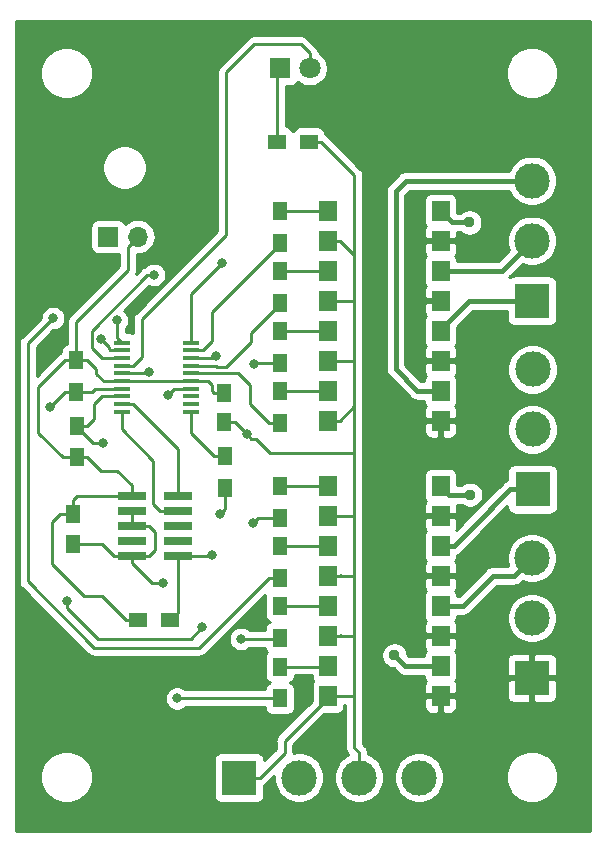
<source format=gtl>
G04 #@! TF.GenerationSoftware,KiCad,Pcbnew,(5.0.0)*
G04 #@! TF.CreationDate,2018-10-17T22:36:33+03:00*
G04 #@! TF.ProjectId,psg14_emu,70736731345F656D752E6B696361645F,rev?*
G04 #@! TF.SameCoordinates,Original*
G04 #@! TF.FileFunction,Copper,L1,Top,Signal*
G04 #@! TF.FilePolarity,Positive*
%FSLAX46Y46*%
G04 Gerber Fmt 4.6, Leading zero omitted, Abs format (unit mm)*
G04 Created by KiCad (PCBNEW (5.0.0)) date 10/17/18 22:36:33*
%MOMM*%
%LPD*%
G01*
G04 APERTURE LIST*
G04 #@! TA.AperFunction,SMDPad,CuDef*
%ADD10R,1.450000X0.450000*%
G04 #@! TD*
G04 #@! TA.AperFunction,SMDPad,CuDef*
%ADD11R,1.500000X1.780000*%
G04 #@! TD*
G04 #@! TA.AperFunction,SMDPad,CuDef*
%ADD12R,2.400000X0.740000*%
G04 #@! TD*
G04 #@! TA.AperFunction,SMDPad,CuDef*
%ADD13R,1.250000X1.500000*%
G04 #@! TD*
G04 #@! TA.AperFunction,ComponentPad*
%ADD14C,3.000000*%
G04 #@! TD*
G04 #@! TA.AperFunction,ComponentPad*
%ADD15R,3.000000X3.000000*%
G04 #@! TD*
G04 #@! TA.AperFunction,ComponentPad*
%ADD16C,1.800000*%
G04 #@! TD*
G04 #@! TA.AperFunction,ComponentPad*
%ADD17R,1.800000X1.800000*%
G04 #@! TD*
G04 #@! TA.AperFunction,ComponentPad*
%ADD18O,1.700000X1.700000*%
G04 #@! TD*
G04 #@! TA.AperFunction,ComponentPad*
%ADD19R,1.700000X1.700000*%
G04 #@! TD*
G04 #@! TA.AperFunction,SMDPad,CuDef*
%ADD20R,1.300000X1.500000*%
G04 #@! TD*
G04 #@! TA.AperFunction,SMDPad,CuDef*
%ADD21R,1.500000X1.300000*%
G04 #@! TD*
G04 #@! TA.AperFunction,ViaPad*
%ADD22C,0.800000*%
G04 #@! TD*
G04 #@! TA.AperFunction,ViaPad*
%ADD23C,0.950000*%
G04 #@! TD*
G04 #@! TA.AperFunction,Conductor*
%ADD24C,0.250000*%
G04 #@! TD*
G04 #@! TA.AperFunction,Conductor*
%ADD25C,0.400000*%
G04 #@! TD*
G04 #@! TA.AperFunction,Conductor*
%ADD26C,0.254000*%
G04 #@! TD*
G04 APERTURE END LIST*
D10*
G04 #@! TO.P,U1,20*
G04 #@! TO.N,/SWDCLK*
X69650000Y-53775000D03*
G04 #@! TO.P,U1,19*
G04 #@! TO.N,/SWDIO*
X69650000Y-53125000D03*
G04 #@! TO.P,U1,18*
G04 #@! TO.N,/B1*
X69650000Y-52475000D03*
G04 #@! TO.P,U1,17*
G04 #@! TO.N,/B0*
X69650000Y-51825000D03*
G04 #@! TO.P,U1,16*
G04 #@! TO.N,+BATT*
X69650000Y-51175000D03*
G04 #@! TO.P,U1,15*
G04 #@! TO.N,-BATT*
X69650000Y-50525000D03*
G04 #@! TO.P,U1,14*
G04 #@! TO.N,Net-(D1-Pad2)*
X69650000Y-49875000D03*
G04 #@! TO.P,U1,13*
G04 #@! TO.N,/DO7*
X69650000Y-49225000D03*
G04 #@! TO.P,U1,12*
G04 #@! TO.N,/DO6*
X69650000Y-48575000D03*
G04 #@! TO.P,U1,11*
G04 #@! TO.N,/DO5*
X69650000Y-47925000D03*
G04 #@! TO.P,U1,10*
G04 #@! TO.N,/DO4*
X75550000Y-47925000D03*
G04 #@! TO.P,U1,9*
G04 #@! TO.N,/DO3*
X75550000Y-48575000D03*
G04 #@! TO.P,U1,8*
G04 #@! TO.N,/DO2*
X75550000Y-49225000D03*
G04 #@! TO.P,U1,7*
G04 #@! TO.N,/DO1*
X75550000Y-49875000D03*
G04 #@! TO.P,U1,6*
G04 #@! TO.N,/DO0*
X75550000Y-50525000D03*
G04 #@! TO.P,U1,5*
G04 #@! TO.N,+BATT*
X75550000Y-51175000D03*
G04 #@! TO.P,U1,4*
G04 #@! TO.N,/NRST*
X75550000Y-51825000D03*
G04 #@! TO.P,U1,3*
G04 #@! TO.N,Net-(U1-Pad3)*
X75550000Y-52475000D03*
G04 #@! TO.P,U1,2*
G04 #@! TO.N,Net-(U1-Pad2)*
X75550000Y-53125000D03*
G04 #@! TO.P,U1,1*
G04 #@! TO.N,Net-(R1-Pad2)*
X75550000Y-53775000D03*
G04 #@! TD*
D11*
G04 #@! TO.P,U2,1*
G04 #@! TO.N,Net-(R6-Pad1)*
X87135000Y-36760000D03*
G04 #@! TO.P,U2,9*
G04 #@! TO.N,/GND_O*
X96665000Y-54540000D03*
G04 #@! TO.P,U2,2*
G04 #@! TO.N,-BATT*
X87135000Y-39300000D03*
G04 #@! TO.P,U2,10*
G04 #@! TO.N,/OUT0*
X96665000Y-52000000D03*
G04 #@! TO.P,U2,3*
G04 #@! TO.N,Net-(R7-Pad1)*
X87135000Y-41840000D03*
G04 #@! TO.P,U2,11*
G04 #@! TO.N,/GND_O*
X96665000Y-49460000D03*
G04 #@! TO.P,U2,4*
G04 #@! TO.N,-BATT*
X87135000Y-44380000D03*
G04 #@! TO.P,U2,12*
G04 #@! TO.N,/OUT2*
X96665000Y-46920000D03*
G04 #@! TO.P,U2,5*
G04 #@! TO.N,Net-(R8-Pad1)*
X87135000Y-46920000D03*
G04 #@! TO.P,U2,13*
G04 #@! TO.N,/GND_O*
X96665000Y-44380000D03*
G04 #@! TO.P,U2,6*
G04 #@! TO.N,-BATT*
X87135000Y-49460000D03*
G04 #@! TO.P,U2,14*
G04 #@! TO.N,/OUT1*
X96665000Y-41840000D03*
G04 #@! TO.P,U2,7*
G04 #@! TO.N,Net-(R9-Pad1)*
X87135000Y-52000000D03*
G04 #@! TO.P,U2,15*
G04 #@! TO.N,/GND_O*
X96665000Y-39300000D03*
G04 #@! TO.P,U2,8*
G04 #@! TO.N,-BATT*
X87135000Y-54540000D03*
G04 #@! TO.P,U2,16*
G04 #@! TO.N,/OUT3*
X96665000Y-36760000D03*
G04 #@! TD*
G04 #@! TO.P,U3,16*
G04 #@! TO.N,/OUT7*
X96665000Y-60060000D03*
G04 #@! TO.P,U3,8*
G04 #@! TO.N,-BATT*
X87135000Y-77840000D03*
G04 #@! TO.P,U3,15*
G04 #@! TO.N,/GND_O*
X96665000Y-62600000D03*
G04 #@! TO.P,U3,7*
G04 #@! TO.N,Net-(R13-Pad1)*
X87135000Y-75300000D03*
G04 #@! TO.P,U3,14*
G04 #@! TO.N,/OUT5*
X96665000Y-65140000D03*
G04 #@! TO.P,U3,6*
G04 #@! TO.N,-BATT*
X87135000Y-72760000D03*
G04 #@! TO.P,U3,13*
G04 #@! TO.N,/GND_O*
X96665000Y-67680000D03*
G04 #@! TO.P,U3,5*
G04 #@! TO.N,Net-(R12-Pad1)*
X87135000Y-70220000D03*
G04 #@! TO.P,U3,12*
G04 #@! TO.N,/OUT6*
X96665000Y-70220000D03*
G04 #@! TO.P,U3,4*
G04 #@! TO.N,-BATT*
X87135000Y-67680000D03*
G04 #@! TO.P,U3,11*
G04 #@! TO.N,/GND_O*
X96665000Y-72760000D03*
G04 #@! TO.P,U3,3*
G04 #@! TO.N,Net-(R11-Pad1)*
X87135000Y-65140000D03*
G04 #@! TO.P,U3,10*
G04 #@! TO.N,/OUT4*
X96665000Y-75300000D03*
G04 #@! TO.P,U3,2*
G04 #@! TO.N,-BATT*
X87135000Y-62600000D03*
G04 #@! TO.P,U3,9*
G04 #@! TO.N,/GND_O*
X96665000Y-77840000D03*
G04 #@! TO.P,U3,1*
G04 #@! TO.N,Net-(R10-Pad1)*
X87135000Y-60060000D03*
G04 #@! TD*
D12*
G04 #@! TO.P,J3,10*
G04 #@! TO.N,/NRST*
X74400000Y-65990000D03*
G04 #@! TO.P,J3,9*
G04 #@! TO.N,-BATT*
X70500000Y-65990000D03*
G04 #@! TO.P,J3,8*
G04 #@! TO.N,Net-(J3-Pad8)*
X74400000Y-64720000D03*
G04 #@! TO.P,J3,7*
G04 #@! TO.N,Net-(J3-Pad7)*
X70500000Y-64720000D03*
G04 #@! TO.P,J3,6*
G04 #@! TO.N,Net-(J3-Pad6)*
X74400000Y-63450000D03*
G04 #@! TO.P,J3,5*
G04 #@! TO.N,-BATT*
X70500000Y-63450000D03*
G04 #@! TO.P,J3,4*
G04 #@! TO.N,/SWDCLK*
X74400000Y-62180000D03*
G04 #@! TO.P,J3,3*
G04 #@! TO.N,-BATT*
X70500000Y-62180000D03*
G04 #@! TO.P,J3,2*
G04 #@! TO.N,/SWDIO*
X74400000Y-60910000D03*
G04 #@! TO.P,J3,1*
G04 #@! TO.N,+BATT*
X70500000Y-60910000D03*
G04 #@! TD*
D13*
G04 #@! TO.P,C1,1*
G04 #@! TO.N,+BATT*
X78350000Y-52150000D03*
G04 #@! TO.P,C1,2*
G04 #@! TO.N,-BATT*
X78350000Y-54650000D03*
G04 #@! TD*
G04 #@! TO.P,C2,2*
G04 #@! TO.N,-BATT*
X65500000Y-64950000D03*
G04 #@! TO.P,C2,1*
G04 #@! TO.N,+BATT*
X65500000Y-62450000D03*
G04 #@! TD*
D14*
G04 #@! TO.P,J4,3*
G04 #@! TO.N,/OUT0*
X104400000Y-34220000D03*
G04 #@! TO.P,J4,2*
G04 #@! TO.N,/OUT1*
X104400000Y-39300000D03*
D15*
G04 #@! TO.P,J4,1*
G04 #@! TO.N,/OUT2*
X104400000Y-44380000D03*
G04 #@! TD*
G04 #@! TO.P,J5,1*
G04 #@! TO.N,/OUT5*
X104450000Y-60350000D03*
D14*
G04 #@! TO.P,J5,2*
G04 #@! TO.N,/OUT4*
X104450000Y-55270000D03*
G04 #@! TO.P,J5,3*
G04 #@! TO.N,/OUT3*
X104450000Y-50190000D03*
G04 #@! TD*
G04 #@! TO.P,J6,3*
G04 #@! TO.N,/OUT6*
X104400000Y-66160000D03*
G04 #@! TO.P,J6,2*
G04 #@! TO.N,/OUT7*
X104400000Y-71240000D03*
D15*
G04 #@! TO.P,J6,1*
G04 #@! TO.N,/GND_O*
X104400000Y-76320000D03*
G04 #@! TD*
D14*
G04 #@! TO.P,J1,4*
G04 #@! TO.N,/B1*
X94840000Y-84750000D03*
D15*
G04 #@! TO.P,J1,1*
G04 #@! TO.N,-BATT*
X79600000Y-84750000D03*
D14*
G04 #@! TO.P,J1,3*
X89760000Y-84750000D03*
G04 #@! TO.P,J1,2*
G04 #@! TO.N,/B0*
X84680000Y-84750000D03*
G04 #@! TD*
D16*
G04 #@! TO.P,D1,2*
G04 #@! TO.N,Net-(D1-Pad2)*
X85590000Y-24700000D03*
D17*
G04 #@! TO.P,D1,1*
G04 #@! TO.N,Net-(D1-Pad1)*
X83050000Y-24700000D03*
G04 #@! TD*
D18*
G04 #@! TO.P,J2,2*
G04 #@! TO.N,+BATT*
X71040000Y-38950000D03*
D19*
G04 #@! TO.P,J2,1*
G04 #@! TO.N,-BATT*
X68500000Y-38950000D03*
G04 #@! TD*
D20*
G04 #@! TO.P,R3,2*
G04 #@! TO.N,/B1*
X65850000Y-54950000D03*
G04 #@! TO.P,R3,1*
G04 #@! TO.N,+BATT*
X65850000Y-57650000D03*
G04 #@! TD*
G04 #@! TO.P,R9,1*
G04 #@! TO.N,Net-(R9-Pad1)*
X83050000Y-52000000D03*
G04 #@! TO.P,R9,2*
G04 #@! TO.N,/DO0*
X83050000Y-54700000D03*
G04 #@! TD*
G04 #@! TO.P,R13,2*
G04 #@! TO.N,/DO4*
X83050000Y-78050000D03*
G04 #@! TO.P,R13,1*
G04 #@! TO.N,Net-(R13-Pad1)*
X83050000Y-75350000D03*
G04 #@! TD*
G04 #@! TO.P,R12,1*
G04 #@! TO.N,Net-(R12-Pad1)*
X83050000Y-70200000D03*
G04 #@! TO.P,R12,2*
G04 #@! TO.N,/DO6*
X83050000Y-72900000D03*
G04 #@! TD*
G04 #@! TO.P,R11,2*
G04 #@! TO.N,/DO5*
X83050000Y-67850000D03*
G04 #@! TO.P,R11,1*
G04 #@! TO.N,Net-(R11-Pad1)*
X83050000Y-65150000D03*
G04 #@! TD*
G04 #@! TO.P,R10,1*
G04 #@! TO.N,Net-(R10-Pad1)*
X83050000Y-60100000D03*
G04 #@! TO.P,R10,2*
G04 #@! TO.N,/DO7*
X83050000Y-62800000D03*
G04 #@! TD*
G04 #@! TO.P,R8,2*
G04 #@! TO.N,/DO2*
X83050000Y-49650000D03*
G04 #@! TO.P,R8,1*
G04 #@! TO.N,Net-(R8-Pad1)*
X83050000Y-46950000D03*
G04 #@! TD*
G04 #@! TO.P,R7,1*
G04 #@! TO.N,Net-(R7-Pad1)*
X83050000Y-41850000D03*
G04 #@! TO.P,R7,2*
G04 #@! TO.N,/DO1*
X83050000Y-44550000D03*
G04 #@! TD*
G04 #@! TO.P,R6,2*
G04 #@! TO.N,/DO3*
X83050000Y-39450000D03*
G04 #@! TO.P,R6,1*
G04 #@! TO.N,Net-(R6-Pad1)*
X83050000Y-36750000D03*
G04 #@! TD*
D21*
G04 #@! TO.P,R5,1*
G04 #@! TO.N,-BATT*
X85500000Y-30900000D03*
G04 #@! TO.P,R5,2*
G04 #@! TO.N,Net-(D1-Pad1)*
X82800000Y-30900000D03*
G04 #@! TD*
D20*
G04 #@! TO.P,R4,2*
G04 #@! TO.N,/B0*
X65800000Y-52100000D03*
G04 #@! TO.P,R4,1*
G04 #@! TO.N,+BATT*
X65800000Y-49400000D03*
G04 #@! TD*
G04 #@! TO.P,R1,1*
G04 #@! TO.N,-BATT*
X78400000Y-60200000D03*
G04 #@! TO.P,R1,2*
G04 #@! TO.N,Net-(R1-Pad2)*
X78400000Y-57500000D03*
G04 #@! TD*
D21*
G04 #@! TO.P,R2,2*
G04 #@! TO.N,/NRST*
X73750000Y-71450000D03*
G04 #@! TO.P,R2,1*
G04 #@! TO.N,+BATT*
X71050000Y-71450000D03*
G04 #@! TD*
D22*
G04 #@! TO.N,/NRST*
X77350000Y-65950000D03*
X73600000Y-52350000D03*
G04 #@! TO.N,-BATT*
X80250000Y-55650000D03*
X72000000Y-50400000D03*
X73150000Y-68300000D03*
X78000000Y-62450000D03*
G04 #@! TO.N,/B0*
X63625010Y-53400000D03*
G04 #@! TO.N,/DO2*
X80850000Y-49750000D03*
X77650000Y-49100000D03*
G04 #@! TO.N,/DO7*
X80800000Y-63200000D03*
X72400000Y-42200000D03*
G04 #@! TO.N,/DO5*
X63850000Y-45850000D03*
X69250000Y-46050000D03*
G04 #@! TO.N,/DO6*
X67900000Y-47650000D03*
X65050000Y-69800000D03*
X76500000Y-72000000D03*
X79750000Y-73000000D03*
G04 #@! TO.N,/DO4*
X78150000Y-41200000D03*
X74350000Y-78050000D03*
G04 #@! TO.N,/B1*
X68050000Y-56450000D03*
D23*
G04 #@! TO.N,/OUT7*
X99150000Y-60800000D03*
G04 #@! TO.N,/OUT3*
X99100000Y-37750000D03*
G04 #@! TO.N,/OUT4*
X92750000Y-74400000D03*
G04 #@! TD*
D24*
G04 #@! TO.N,/NRST*
X74400000Y-70800000D02*
X73750000Y-71450000D01*
X74400000Y-65990000D02*
X74400000Y-70800000D01*
X74400000Y-65990000D02*
X77310000Y-65990000D01*
X77310000Y-65990000D02*
X77350000Y-65950000D01*
X74125000Y-51825000D02*
X75550000Y-51825000D01*
X73600000Y-52350000D02*
X74125000Y-51825000D01*
G04 #@! TO.N,+BATT*
X69650000Y-51175000D02*
X72350000Y-51175000D01*
X72350000Y-51175000D02*
X75550000Y-51175000D01*
X66700000Y-49400000D02*
X67500000Y-50200000D01*
X65800000Y-49400000D02*
X66700000Y-49400000D01*
X67500000Y-50200000D02*
X67500000Y-50550000D01*
X68125000Y-51175000D02*
X69650000Y-51175000D01*
X67500000Y-50550000D02*
X68125000Y-51175000D01*
X77475000Y-52150000D02*
X77350000Y-52025000D01*
X78350000Y-52150000D02*
X77475000Y-52150000D01*
X77350000Y-52025000D02*
X77350000Y-51550000D01*
X76975000Y-51175000D02*
X75550000Y-51175000D01*
X77350000Y-51550000D02*
X76975000Y-51175000D01*
X66750000Y-57650000D02*
X67900000Y-58800000D01*
X65850000Y-57650000D02*
X66750000Y-57650000D01*
X67900000Y-58800000D02*
X69300000Y-58800000D01*
X70500000Y-60000000D02*
X70500000Y-60910000D01*
X69300000Y-58800000D02*
X70500000Y-60000000D01*
X70500000Y-60910000D02*
X65860000Y-60910000D01*
X65500000Y-61270000D02*
X65500000Y-62450000D01*
X65860000Y-60910000D02*
X65500000Y-61270000D01*
X70050000Y-71450000D02*
X68000000Y-69400000D01*
X71050000Y-71450000D02*
X70050000Y-71450000D01*
X68000000Y-69400000D02*
X66450000Y-69400000D01*
X66450000Y-69400000D02*
X63750000Y-66700000D01*
X63750000Y-66700000D02*
X63750000Y-63150000D01*
X64450000Y-62450000D02*
X65500000Y-62450000D01*
X63750000Y-63150000D02*
X64450000Y-62450000D01*
X70190001Y-39799999D02*
X70190001Y-41759999D01*
X71040000Y-38950000D02*
X70190001Y-39799999D01*
X65800000Y-46150000D02*
X65800000Y-49400000D01*
X70190001Y-41759999D02*
X65800000Y-46150000D01*
X64850000Y-49400000D02*
X65800000Y-49400000D01*
X62600000Y-51650000D02*
X64850000Y-49400000D01*
X62600000Y-55550000D02*
X62600000Y-51650000D01*
X65850000Y-57650000D02*
X64700000Y-57650000D01*
X64700000Y-57650000D02*
X62600000Y-55550000D01*
G04 #@! TO.N,-BATT*
X65500000Y-64950000D02*
X66375000Y-64950000D01*
X88135000Y-54540000D02*
X89350000Y-53325000D01*
X87135000Y-54540000D02*
X88135000Y-54540000D01*
X89350000Y-40550000D02*
X88500000Y-39700000D01*
X88135000Y-39300000D02*
X87135000Y-39300000D01*
X88500000Y-39665000D02*
X88135000Y-39300000D01*
X88500000Y-39700000D02*
X88500000Y-39665000D01*
X89290000Y-49460000D02*
X89350000Y-49400000D01*
X87135000Y-49460000D02*
X89290000Y-49460000D01*
X89350000Y-53325000D02*
X89350000Y-49400000D01*
X88155000Y-44400000D02*
X89350000Y-44400000D01*
X88135000Y-44380000D02*
X88155000Y-44400000D01*
X87135000Y-44380000D02*
X88135000Y-44380000D01*
X89350000Y-49400000D02*
X89350000Y-44400000D01*
X89350000Y-44400000D02*
X89350000Y-40550000D01*
X89340000Y-77840000D02*
X87135000Y-77840000D01*
X89350000Y-77850000D02*
X89340000Y-77840000D01*
X88135000Y-72760000D02*
X88245000Y-72650000D01*
X87135000Y-72760000D02*
X88135000Y-72760000D01*
X89310000Y-72760000D02*
X89350000Y-72800000D01*
X87135000Y-72760000D02*
X89310000Y-72760000D01*
X88135000Y-67680000D02*
X88215000Y-67600000D01*
X87135000Y-67680000D02*
X88135000Y-67680000D01*
X89320000Y-67680000D02*
X89350000Y-67650000D01*
X87135000Y-67680000D02*
X89320000Y-67680000D01*
X89350000Y-67650000D02*
X89350000Y-72800000D01*
X78350000Y-54650000D02*
X79250000Y-54650000D01*
X79250000Y-54650000D02*
X80250000Y-55650000D01*
X71875000Y-50525000D02*
X69650000Y-50525000D01*
X72000000Y-50400000D02*
X71875000Y-50525000D01*
X80649999Y-56049999D02*
X81049999Y-56049999D01*
X80250000Y-55650000D02*
X80649999Y-56049999D01*
X82250000Y-57250000D02*
X89350000Y-57250000D01*
X81049999Y-56049999D02*
X82250000Y-57250000D01*
X89350000Y-53325000D02*
X89350000Y-57250000D01*
X70500000Y-63450000D02*
X70500000Y-62180000D01*
X71950000Y-63450000D02*
X72450000Y-63950000D01*
X70500000Y-63450000D02*
X71950000Y-63450000D01*
X71950000Y-65990000D02*
X70500000Y-65990000D01*
X72450000Y-65490000D02*
X71950000Y-65990000D01*
X72450000Y-63950000D02*
X72450000Y-65490000D01*
X68010000Y-64950000D02*
X65500000Y-64950000D01*
X70500000Y-65990000D02*
X69050000Y-65990000D01*
X69050000Y-65990000D02*
X68010000Y-64950000D01*
X72190000Y-68300000D02*
X73150000Y-68300000D01*
X70500000Y-65990000D02*
X70500000Y-66610000D01*
X70500000Y-66610000D02*
X72190000Y-68300000D01*
X78400000Y-60200000D02*
X78400000Y-62050000D01*
X78400000Y-62050000D02*
X78000000Y-62450000D01*
X85500000Y-30900000D02*
X85600000Y-30900000D01*
X89350000Y-33750000D02*
X89350000Y-40550000D01*
X86500000Y-30900000D02*
X89350000Y-33750000D01*
X85500000Y-30900000D02*
X86500000Y-30900000D01*
X87135000Y-77980000D02*
X87135000Y-77840000D01*
X83450000Y-81665000D02*
X87135000Y-77980000D01*
X83450000Y-82650000D02*
X83450000Y-81665000D01*
X81350000Y-84750000D02*
X83450000Y-82650000D01*
X79600000Y-84750000D02*
X81350000Y-84750000D01*
X89350000Y-82218680D02*
X89350000Y-77650000D01*
X89760000Y-82628680D02*
X89350000Y-82218680D01*
X89760000Y-84750000D02*
X89760000Y-82628680D01*
X89350000Y-72800000D02*
X89350000Y-77650000D01*
X89350000Y-77650000D02*
X89350000Y-77850000D01*
X88135000Y-62600000D02*
X89350000Y-62600000D01*
X87135000Y-62600000D02*
X88135000Y-62600000D01*
X89350000Y-57250000D02*
X89350000Y-62600000D01*
X89350000Y-62600000D02*
X89350000Y-67650000D01*
G04 #@! TO.N,Net-(R1-Pad2)*
X75550000Y-55550000D02*
X75550000Y-53775000D01*
X78400000Y-57500000D02*
X77500000Y-57500000D01*
X77500000Y-57500000D02*
X75550000Y-55550000D01*
G04 #@! TO.N,/B0*
X65800000Y-52100000D02*
X67150000Y-52100000D01*
X68675000Y-51825000D02*
X69650000Y-51825000D01*
X67425000Y-51825000D02*
X68675000Y-51825000D01*
X67150000Y-52100000D02*
X67425000Y-51825000D01*
X65800000Y-52100000D02*
X64900000Y-52100000D01*
X63625010Y-53374990D02*
X63625010Y-53400000D01*
X64900000Y-52100000D02*
X63625010Y-53374990D01*
G04 #@! TO.N,Net-(D1-Pad1)*
X82800000Y-24950000D02*
X83050000Y-24700000D01*
X82800000Y-30900000D02*
X82800000Y-24950000D01*
G04 #@! TO.N,/DO3*
X76525000Y-48575000D02*
X75550000Y-48575000D01*
X77277999Y-45322001D02*
X77277999Y-47822001D01*
X77277999Y-47822001D02*
X76525000Y-48575000D01*
X83050000Y-39550000D02*
X77277999Y-45322001D01*
X83050000Y-39450000D02*
X83050000Y-39550000D01*
G04 #@! TO.N,Net-(R6-Pad1)*
X87125000Y-36750000D02*
X87135000Y-36760000D01*
X83050000Y-36750000D02*
X87125000Y-36750000D01*
G04 #@! TO.N,Net-(R7-Pad1)*
X87125000Y-41850000D02*
X87135000Y-41840000D01*
X83050000Y-41850000D02*
X87125000Y-41850000D01*
G04 #@! TO.N,/DO1*
X83050000Y-44550000D02*
X83050000Y-44650000D01*
X83050000Y-44650000D02*
X80600000Y-47100000D01*
X77627998Y-49875000D02*
X76525000Y-49875000D01*
X76525000Y-49875000D02*
X75550000Y-49875000D01*
X77727999Y-49975001D02*
X77627998Y-49875000D01*
X78472001Y-49975001D02*
X77727999Y-49975001D01*
X80600000Y-47100000D02*
X80600000Y-47847002D01*
X80600000Y-47847002D02*
X78472001Y-49975001D01*
G04 #@! TO.N,/DO2*
X83050000Y-49650000D02*
X80950000Y-49650000D01*
X80950000Y-49650000D02*
X80850000Y-49750000D01*
X77525000Y-49225000D02*
X75550000Y-49225000D01*
X77650000Y-49100000D02*
X77525000Y-49225000D01*
G04 #@! TO.N,Net-(R8-Pad1)*
X87105000Y-46950000D02*
X87135000Y-46920000D01*
X83050000Y-46950000D02*
X87105000Y-46950000D01*
G04 #@! TO.N,Net-(R10-Pad1)*
X87095000Y-60100000D02*
X87135000Y-60060000D01*
X83050000Y-60100000D02*
X87095000Y-60100000D01*
G04 #@! TO.N,/DO7*
X83050000Y-62800000D02*
X81200000Y-62800000D01*
X81200000Y-62800000D02*
X80800000Y-63200000D01*
X67975000Y-49225000D02*
X68675000Y-49225000D01*
X68675000Y-49225000D02*
X69650000Y-49225000D01*
X67124998Y-48374998D02*
X67975000Y-49225000D01*
X67124998Y-46909317D02*
X67124998Y-48374998D01*
X71834315Y-42200000D02*
X67124998Y-46909317D01*
X72400000Y-42200000D02*
X71834315Y-42200000D01*
G04 #@! TO.N,/DO5*
X82150000Y-67850000D02*
X76250000Y-73750000D01*
X83050000Y-67850000D02*
X82150000Y-67850000D01*
X76250000Y-73750000D02*
X67300000Y-73750000D01*
X67300000Y-73750000D02*
X61700000Y-68150000D01*
X61700000Y-68150000D02*
X61700000Y-48000000D01*
X61700000Y-48000000D02*
X63850000Y-45850000D01*
X69250000Y-47525000D02*
X69650000Y-47925000D01*
X69250000Y-46050000D02*
X69250000Y-47525000D01*
G04 #@! TO.N,Net-(R11-Pad1)*
X87125000Y-65150000D02*
X87135000Y-65140000D01*
X83050000Y-65150000D02*
X87125000Y-65150000D01*
G04 #@! TO.N,Net-(R12-Pad1)*
X87115000Y-70200000D02*
X87135000Y-70220000D01*
X83050000Y-70200000D02*
X87115000Y-70200000D01*
G04 #@! TO.N,/DO6*
X68549999Y-48299999D02*
X67900000Y-47650000D01*
X68549999Y-48449999D02*
X68549999Y-48299999D01*
X68675000Y-48575000D02*
X68549999Y-48449999D01*
X69650000Y-48575000D02*
X68675000Y-48575000D01*
X65050000Y-70365685D02*
X67684315Y-73000000D01*
X65050000Y-69800000D02*
X65050000Y-70365685D01*
X67684315Y-73000000D02*
X75500000Y-73000000D01*
X75500000Y-73000000D02*
X76500000Y-72000000D01*
X82950000Y-73000000D02*
X83050000Y-72900000D01*
X79750000Y-73000000D02*
X82950000Y-73000000D01*
G04 #@! TO.N,/DO4*
X75550000Y-47925000D02*
X75550000Y-43800000D01*
X75550000Y-43800000D02*
X78150000Y-41200000D01*
X82850000Y-78250000D02*
X83050000Y-78050000D01*
X74350000Y-78050000D02*
X83050000Y-78050000D01*
G04 #@! TO.N,Net-(R13-Pad1)*
X87085000Y-75350000D02*
X87135000Y-75300000D01*
X83050000Y-75350000D02*
X87085000Y-75350000D01*
G04 #@! TO.N,Net-(R9-Pad1)*
X83050000Y-52000000D02*
X87135000Y-52000000D01*
G04 #@! TO.N,/DO0*
X82150000Y-54700000D02*
X80550000Y-53100000D01*
X83050000Y-54700000D02*
X82150000Y-54700000D01*
X80550000Y-53100000D02*
X80550000Y-51550000D01*
X79525000Y-50525000D02*
X75550000Y-50525000D01*
X80550000Y-51550000D02*
X79525000Y-50525000D01*
G04 #@! TO.N,/B1*
X66750000Y-54950000D02*
X67300000Y-54400000D01*
X65850000Y-54950000D02*
X66750000Y-54950000D01*
X67300000Y-54400000D02*
X67300000Y-53150000D01*
X67975000Y-52475000D02*
X69650000Y-52475000D01*
X67300000Y-53150000D02*
X67975000Y-52475000D01*
X67250000Y-56450000D02*
X68050000Y-56450000D01*
X65850000Y-54950000D02*
X65850000Y-55050000D01*
X65850000Y-55050000D02*
X67250000Y-56450000D01*
G04 #@! TO.N,Net-(D1-Pad2)*
X70625000Y-49875000D02*
X69650000Y-49875000D01*
X71350000Y-49150000D02*
X70625000Y-49875000D01*
X71350000Y-45950000D02*
X71350000Y-49150000D01*
X85590000Y-23427208D02*
X84812792Y-22650000D01*
X85590000Y-24700000D02*
X85590000Y-23427208D01*
X84812792Y-22650000D02*
X80900000Y-22650000D01*
X80900000Y-22650000D02*
X78500000Y-25050000D01*
X78500000Y-25050000D02*
X78500000Y-38800000D01*
X78500000Y-38800000D02*
X71350000Y-45950000D01*
D25*
G04 #@! TO.N,/GND_O*
X97815000Y-77840000D02*
X98800000Y-76855000D01*
X96665000Y-77840000D02*
X97815000Y-77840000D01*
X97860000Y-72760000D02*
X96665000Y-72760000D01*
X98800000Y-73700000D02*
X97860000Y-72760000D01*
X95515000Y-72760000D02*
X94150000Y-71395000D01*
X96665000Y-72760000D02*
X95515000Y-72760000D01*
X95300000Y-62600000D02*
X96665000Y-62600000D01*
X94150000Y-63750000D02*
X95300000Y-62600000D01*
X95335000Y-67500000D02*
X94150000Y-67500000D01*
X95515000Y-67680000D02*
X95335000Y-67500000D01*
X96665000Y-67680000D02*
X95515000Y-67680000D01*
X94150000Y-71395000D02*
X94150000Y-67500000D01*
X94150000Y-67500000D02*
X94150000Y-63750000D01*
X97815000Y-54540000D02*
X99000000Y-53355000D01*
X96665000Y-54540000D02*
X97815000Y-54540000D01*
X99000000Y-53355000D02*
X99000000Y-49850000D01*
X98610000Y-49460000D02*
X96665000Y-49460000D01*
X99000000Y-49850000D02*
X98610000Y-49460000D01*
X95515000Y-49460000D02*
X94250000Y-48195000D01*
X96665000Y-49460000D02*
X95515000Y-49460000D01*
X94250000Y-46935000D02*
X94150000Y-46835000D01*
X94250000Y-48195000D02*
X94250000Y-46935000D01*
X94900000Y-39300000D02*
X96665000Y-39300000D01*
X94150000Y-40050000D02*
X94900000Y-39300000D01*
X94150000Y-46835000D02*
X94150000Y-44250000D01*
X95385000Y-44250000D02*
X94150000Y-44250000D01*
X95515000Y-44380000D02*
X95385000Y-44250000D01*
X96665000Y-44380000D02*
X95515000Y-44380000D01*
X94150000Y-44250000D02*
X94150000Y-40050000D01*
X102220000Y-76600000D02*
X98800000Y-76600000D01*
X102500000Y-76320000D02*
X102220000Y-76600000D01*
X104400000Y-76320000D02*
X102500000Y-76320000D01*
X98800000Y-76855000D02*
X98800000Y-76600000D01*
X98800000Y-76600000D02*
X98800000Y-73700000D01*
X94150000Y-63750000D02*
X94150000Y-55650000D01*
X95260000Y-54540000D02*
X96665000Y-54540000D01*
X94150000Y-55650000D02*
X95260000Y-54540000D01*
G04 #@! TO.N,/OUT7*
X97405000Y-60800000D02*
X96665000Y-60060000D01*
X99150000Y-60800000D02*
X97405000Y-60800000D01*
G04 #@! TO.N,/OUT6*
X102900001Y-67659999D02*
X101090001Y-67659999D01*
X104400000Y-66160000D02*
X102900001Y-67659999D01*
X98530000Y-70220000D02*
X96665000Y-70220000D01*
X101090001Y-67659999D02*
X98530000Y-70220000D01*
G04 #@! TO.N,/OUT3*
X97655000Y-37750000D02*
X96665000Y-36760000D01*
X99100000Y-37750000D02*
X97655000Y-37750000D01*
G04 #@! TO.N,/OUT4*
X93650000Y-75300000D02*
X96665000Y-75300000D01*
X92750000Y-74400000D02*
X93650000Y-75300000D01*
G04 #@! TO.N,/OUT5*
X102550000Y-60350000D02*
X99300000Y-63600000D01*
X104450000Y-60350000D02*
X102550000Y-60350000D01*
X97815000Y-65140000D02*
X96665000Y-65140000D01*
X99300000Y-63655000D02*
X97815000Y-65140000D01*
X99300000Y-63600000D02*
X99300000Y-63655000D01*
G04 #@! TO.N,/OUT2*
X96665000Y-46780000D02*
X96665000Y-46920000D01*
X99065000Y-44380000D02*
X96665000Y-46780000D01*
X104400000Y-44380000D02*
X99065000Y-44380000D01*
G04 #@! TO.N,/OUT1*
X101860000Y-41840000D02*
X96665000Y-41840000D01*
X104400000Y-39300000D02*
X101860000Y-41840000D01*
G04 #@! TO.N,/OUT0*
X104400000Y-34220000D02*
X93730000Y-34220000D01*
X93730000Y-34220000D02*
X92850000Y-35100000D01*
X92850000Y-35100000D02*
X92850000Y-50150000D01*
X94700000Y-52000000D02*
X96665000Y-52000000D01*
X92850000Y-50150000D02*
X94700000Y-52000000D01*
D24*
G04 #@! TO.N,/SWDCLK*
X72950000Y-62180000D02*
X72350000Y-61580000D01*
X74400000Y-62180000D02*
X72950000Y-62180000D01*
X72350000Y-61580000D02*
X72350000Y-57950000D01*
X69650000Y-55250000D02*
X69650000Y-53775000D01*
X72350000Y-57950000D02*
X69650000Y-55250000D01*
G04 #@! TO.N,/SWDIO*
X74400000Y-60910000D02*
X74400000Y-56900000D01*
X70625000Y-53125000D02*
X69650000Y-53125000D01*
X74400000Y-56900000D02*
X70625000Y-53125000D01*
G04 #@! TD*
D26*
G04 #@! TO.N,/GND_O*
G36*
X109290000Y-89290000D02*
X60710000Y-89290000D01*
X60710000Y-84479872D01*
X62765000Y-84479872D01*
X62765000Y-84920128D01*
X62850890Y-85351925D01*
X63019369Y-85758669D01*
X63263962Y-86124729D01*
X63575271Y-86436038D01*
X63941331Y-86680631D01*
X64348075Y-86849110D01*
X64779872Y-86935000D01*
X65220128Y-86935000D01*
X65651925Y-86849110D01*
X66058669Y-86680631D01*
X66424729Y-86436038D01*
X66736038Y-86124729D01*
X66980631Y-85758669D01*
X67149110Y-85351925D01*
X67235000Y-84920128D01*
X67235000Y-84479872D01*
X67149110Y-84048075D01*
X66980631Y-83641331D01*
X66736038Y-83275271D01*
X66424729Y-82963962D01*
X66058669Y-82719369D01*
X65651925Y-82550890D01*
X65220128Y-82465000D01*
X64779872Y-82465000D01*
X64348075Y-82550890D01*
X63941331Y-82719369D01*
X63575271Y-82963962D01*
X63263962Y-83275271D01*
X63019369Y-83641331D01*
X62850890Y-84048075D01*
X62765000Y-84479872D01*
X60710000Y-84479872D01*
X60710000Y-48000000D01*
X60936324Y-48000000D01*
X60940001Y-48037333D01*
X60940000Y-68112678D01*
X60936324Y-68150000D01*
X60940000Y-68187322D01*
X60940000Y-68187332D01*
X60950997Y-68298985D01*
X60969810Y-68361003D01*
X60994454Y-68442246D01*
X61065026Y-68574276D01*
X61087695Y-68601898D01*
X61159999Y-68690001D01*
X61189003Y-68713804D01*
X66736201Y-74261003D01*
X66759999Y-74290001D01*
X66788997Y-74313799D01*
X66875723Y-74384974D01*
X67007753Y-74455546D01*
X67151014Y-74499003D01*
X67262667Y-74510000D01*
X67262677Y-74510000D01*
X67300000Y-74513676D01*
X67337323Y-74510000D01*
X76212678Y-74510000D01*
X76250000Y-74513676D01*
X76287322Y-74510000D01*
X76287333Y-74510000D01*
X76398986Y-74499003D01*
X76542247Y-74455546D01*
X76674276Y-74384974D01*
X76790001Y-74290001D01*
X76813804Y-74260997D01*
X81785032Y-69289770D01*
X81774188Y-69325518D01*
X81761928Y-69450000D01*
X81761928Y-70950000D01*
X81774188Y-71074482D01*
X81810498Y-71194180D01*
X81869463Y-71304494D01*
X81948815Y-71401185D01*
X82045506Y-71480537D01*
X82155820Y-71539502D01*
X82190427Y-71550000D01*
X82155820Y-71560498D01*
X82045506Y-71619463D01*
X81948815Y-71698815D01*
X81869463Y-71795506D01*
X81810498Y-71905820D01*
X81774188Y-72025518D01*
X81761928Y-72150000D01*
X81761928Y-72240000D01*
X80453711Y-72240000D01*
X80409774Y-72196063D01*
X80240256Y-72082795D01*
X80051898Y-72004774D01*
X79851939Y-71965000D01*
X79648061Y-71965000D01*
X79448102Y-72004774D01*
X79259744Y-72082795D01*
X79090226Y-72196063D01*
X78946063Y-72340226D01*
X78832795Y-72509744D01*
X78754774Y-72698102D01*
X78715000Y-72898061D01*
X78715000Y-73101939D01*
X78754774Y-73301898D01*
X78832795Y-73490256D01*
X78946063Y-73659774D01*
X79090226Y-73803937D01*
X79259744Y-73917205D01*
X79448102Y-73995226D01*
X79648061Y-74035000D01*
X79851939Y-74035000D01*
X80051898Y-73995226D01*
X80240256Y-73917205D01*
X80409774Y-73803937D01*
X80453711Y-73760000D01*
X81772762Y-73760000D01*
X81774188Y-73774482D01*
X81810498Y-73894180D01*
X81869463Y-74004494D01*
X81948815Y-74101185D01*
X81977834Y-74125000D01*
X81948815Y-74148815D01*
X81869463Y-74245506D01*
X81810498Y-74355820D01*
X81774188Y-74475518D01*
X81761928Y-74600000D01*
X81761928Y-76100000D01*
X81774188Y-76224482D01*
X81810498Y-76344180D01*
X81869463Y-76454494D01*
X81948815Y-76551185D01*
X82045506Y-76630537D01*
X82155820Y-76689502D01*
X82190427Y-76700000D01*
X82155820Y-76710498D01*
X82045506Y-76769463D01*
X81948815Y-76848815D01*
X81869463Y-76945506D01*
X81810498Y-77055820D01*
X81774188Y-77175518D01*
X81762913Y-77290000D01*
X75053711Y-77290000D01*
X75009774Y-77246063D01*
X74840256Y-77132795D01*
X74651898Y-77054774D01*
X74451939Y-77015000D01*
X74248061Y-77015000D01*
X74048102Y-77054774D01*
X73859744Y-77132795D01*
X73690226Y-77246063D01*
X73546063Y-77390226D01*
X73432795Y-77559744D01*
X73354774Y-77748102D01*
X73315000Y-77948061D01*
X73315000Y-78151939D01*
X73354774Y-78351898D01*
X73432795Y-78540256D01*
X73546063Y-78709774D01*
X73690226Y-78853937D01*
X73859744Y-78967205D01*
X74048102Y-79045226D01*
X74248061Y-79085000D01*
X74451939Y-79085000D01*
X74651898Y-79045226D01*
X74840256Y-78967205D01*
X75009774Y-78853937D01*
X75053711Y-78810000D01*
X81762913Y-78810000D01*
X81774188Y-78924482D01*
X81810498Y-79044180D01*
X81869463Y-79154494D01*
X81948815Y-79251185D01*
X82045506Y-79330537D01*
X82155820Y-79389502D01*
X82275518Y-79425812D01*
X82400000Y-79438072D01*
X83700000Y-79438072D01*
X83824482Y-79425812D01*
X83944180Y-79389502D01*
X84054494Y-79330537D01*
X84151185Y-79251185D01*
X84230537Y-79154494D01*
X84289502Y-79044180D01*
X84325812Y-78924482D01*
X84338072Y-78800000D01*
X84338072Y-77300000D01*
X84325812Y-77175518D01*
X84289502Y-77055820D01*
X84230537Y-76945506D01*
X84151185Y-76848815D01*
X84054494Y-76769463D01*
X83944180Y-76710498D01*
X83909573Y-76700000D01*
X83944180Y-76689502D01*
X84054494Y-76630537D01*
X84151185Y-76551185D01*
X84230537Y-76454494D01*
X84289502Y-76344180D01*
X84325812Y-76224482D01*
X84337087Y-76110000D01*
X85746928Y-76110000D01*
X85746928Y-76190000D01*
X85759188Y-76314482D01*
X85795498Y-76434180D01*
X85854463Y-76544494D01*
X85875395Y-76570000D01*
X85854463Y-76595506D01*
X85795498Y-76705820D01*
X85759188Y-76825518D01*
X85746928Y-76950000D01*
X85746928Y-78293270D01*
X82938998Y-81101201D01*
X82910000Y-81124999D01*
X82886202Y-81153997D01*
X82886201Y-81153998D01*
X82815026Y-81240724D01*
X82744454Y-81372754D01*
X82700998Y-81516015D01*
X82686324Y-81665000D01*
X82690001Y-81702332D01*
X82690000Y-82335197D01*
X81738072Y-83287126D01*
X81738072Y-83250000D01*
X81725812Y-83125518D01*
X81689502Y-83005820D01*
X81630537Y-82895506D01*
X81551185Y-82798815D01*
X81454494Y-82719463D01*
X81344180Y-82660498D01*
X81224482Y-82624188D01*
X81100000Y-82611928D01*
X78100000Y-82611928D01*
X77975518Y-82624188D01*
X77855820Y-82660498D01*
X77745506Y-82719463D01*
X77648815Y-82798815D01*
X77569463Y-82895506D01*
X77510498Y-83005820D01*
X77474188Y-83125518D01*
X77461928Y-83250000D01*
X77461928Y-86250000D01*
X77474188Y-86374482D01*
X77510498Y-86494180D01*
X77569463Y-86604494D01*
X77648815Y-86701185D01*
X77745506Y-86780537D01*
X77855820Y-86839502D01*
X77975518Y-86875812D01*
X78100000Y-86888072D01*
X81100000Y-86888072D01*
X81224482Y-86875812D01*
X81344180Y-86839502D01*
X81454494Y-86780537D01*
X81551185Y-86701185D01*
X81630537Y-86604494D01*
X81689502Y-86494180D01*
X81725812Y-86374482D01*
X81738072Y-86250000D01*
X81738072Y-85404326D01*
X81774276Y-85384974D01*
X81890001Y-85290001D01*
X81913804Y-85260998D01*
X82545000Y-84629802D01*
X82545000Y-84960279D01*
X82627047Y-85372756D01*
X82787988Y-85761302D01*
X83021637Y-86110983D01*
X83319017Y-86408363D01*
X83668698Y-86642012D01*
X84057244Y-86802953D01*
X84469721Y-86885000D01*
X84890279Y-86885000D01*
X85302756Y-86802953D01*
X85691302Y-86642012D01*
X86040983Y-86408363D01*
X86338363Y-86110983D01*
X86572012Y-85761302D01*
X86732953Y-85372756D01*
X86815000Y-84960279D01*
X86815000Y-84539721D01*
X86732953Y-84127244D01*
X86572012Y-83738698D01*
X86338363Y-83389017D01*
X86040983Y-83091637D01*
X85691302Y-82857988D01*
X85302756Y-82697047D01*
X84890279Y-82615000D01*
X84469721Y-82615000D01*
X84212076Y-82666249D01*
X84213676Y-82650001D01*
X84210000Y-82612678D01*
X84210000Y-81979801D01*
X86821730Y-79368072D01*
X87885000Y-79368072D01*
X88009482Y-79355812D01*
X88129180Y-79319502D01*
X88239494Y-79260537D01*
X88336185Y-79181185D01*
X88415537Y-79084494D01*
X88474502Y-78974180D01*
X88510812Y-78854482D01*
X88523072Y-78730000D01*
X88523072Y-78600000D01*
X88590001Y-78600000D01*
X88590000Y-82181357D01*
X88586324Y-82218680D01*
X88590000Y-82256002D01*
X88590000Y-82256012D01*
X88600997Y-82367665D01*
X88630523Y-82465000D01*
X88644454Y-82510926D01*
X88715026Y-82642956D01*
X88720808Y-82650001D01*
X88809999Y-82758681D01*
X88839003Y-82782484D01*
X88865943Y-82809424D01*
X88748698Y-82857988D01*
X88399017Y-83091637D01*
X88101637Y-83389017D01*
X87867988Y-83738698D01*
X87707047Y-84127244D01*
X87625000Y-84539721D01*
X87625000Y-84960279D01*
X87707047Y-85372756D01*
X87867988Y-85761302D01*
X88101637Y-86110983D01*
X88399017Y-86408363D01*
X88748698Y-86642012D01*
X89137244Y-86802953D01*
X89549721Y-86885000D01*
X89970279Y-86885000D01*
X90382756Y-86802953D01*
X90771302Y-86642012D01*
X91120983Y-86408363D01*
X91418363Y-86110983D01*
X91652012Y-85761302D01*
X91812953Y-85372756D01*
X91895000Y-84960279D01*
X91895000Y-84539721D01*
X92705000Y-84539721D01*
X92705000Y-84960279D01*
X92787047Y-85372756D01*
X92947988Y-85761302D01*
X93181637Y-86110983D01*
X93479017Y-86408363D01*
X93828698Y-86642012D01*
X94217244Y-86802953D01*
X94629721Y-86885000D01*
X95050279Y-86885000D01*
X95462756Y-86802953D01*
X95851302Y-86642012D01*
X96200983Y-86408363D01*
X96498363Y-86110983D01*
X96732012Y-85761302D01*
X96892953Y-85372756D01*
X96975000Y-84960279D01*
X96975000Y-84539721D01*
X96963096Y-84479872D01*
X102165000Y-84479872D01*
X102165000Y-84920128D01*
X102250890Y-85351925D01*
X102419369Y-85758669D01*
X102663962Y-86124729D01*
X102975271Y-86436038D01*
X103341331Y-86680631D01*
X103748075Y-86849110D01*
X104179872Y-86935000D01*
X104620128Y-86935000D01*
X105051925Y-86849110D01*
X105458669Y-86680631D01*
X105824729Y-86436038D01*
X106136038Y-86124729D01*
X106380631Y-85758669D01*
X106549110Y-85351925D01*
X106635000Y-84920128D01*
X106635000Y-84479872D01*
X106549110Y-84048075D01*
X106380631Y-83641331D01*
X106136038Y-83275271D01*
X105824729Y-82963962D01*
X105458669Y-82719369D01*
X105051925Y-82550890D01*
X104620128Y-82465000D01*
X104179872Y-82465000D01*
X103748075Y-82550890D01*
X103341331Y-82719369D01*
X102975271Y-82963962D01*
X102663962Y-83275271D01*
X102419369Y-83641331D01*
X102250890Y-84048075D01*
X102165000Y-84479872D01*
X96963096Y-84479872D01*
X96892953Y-84127244D01*
X96732012Y-83738698D01*
X96498363Y-83389017D01*
X96200983Y-83091637D01*
X95851302Y-82857988D01*
X95462756Y-82697047D01*
X95050279Y-82615000D01*
X94629721Y-82615000D01*
X94217244Y-82697047D01*
X93828698Y-82857988D01*
X93479017Y-83091637D01*
X93181637Y-83389017D01*
X92947988Y-83738698D01*
X92787047Y-84127244D01*
X92705000Y-84539721D01*
X91895000Y-84539721D01*
X91812953Y-84127244D01*
X91652012Y-83738698D01*
X91418363Y-83389017D01*
X91120983Y-83091637D01*
X90771302Y-82857988D01*
X90520000Y-82753895D01*
X90520000Y-82666013D01*
X90523677Y-82628680D01*
X90509003Y-82479694D01*
X90465546Y-82336433D01*
X90422559Y-82256012D01*
X90394974Y-82204404D01*
X90300001Y-82088679D01*
X90270997Y-82064876D01*
X90110000Y-81903879D01*
X90110000Y-78125750D01*
X95280000Y-78125750D01*
X95280000Y-78792542D01*
X95304403Y-78915223D01*
X95352270Y-79030785D01*
X95421763Y-79134789D01*
X95510211Y-79223237D01*
X95614215Y-79292730D01*
X95729777Y-79340597D01*
X95852458Y-79365000D01*
X96379250Y-79365000D01*
X96538000Y-79206250D01*
X96538000Y-77967000D01*
X96792000Y-77967000D01*
X96792000Y-79206250D01*
X96950750Y-79365000D01*
X97477542Y-79365000D01*
X97600223Y-79340597D01*
X97715785Y-79292730D01*
X97819789Y-79223237D01*
X97908237Y-79134789D01*
X97977730Y-79030785D01*
X98025597Y-78915223D01*
X98050000Y-78792542D01*
X98050000Y-78125750D01*
X97891250Y-77967000D01*
X96792000Y-77967000D01*
X96538000Y-77967000D01*
X95438750Y-77967000D01*
X95280000Y-78125750D01*
X90110000Y-78125750D01*
X90110000Y-77887322D01*
X90113676Y-77849999D01*
X90110000Y-77812677D01*
X90110000Y-74290675D01*
X91640000Y-74290675D01*
X91640000Y-74509325D01*
X91682657Y-74723775D01*
X91766331Y-74925782D01*
X91887807Y-75107584D01*
X92042416Y-75262193D01*
X92224218Y-75383669D01*
X92426225Y-75467343D01*
X92640675Y-75510000D01*
X92679132Y-75510000D01*
X93030558Y-75861426D01*
X93056709Y-75893291D01*
X93183854Y-75997636D01*
X93328913Y-76075172D01*
X93486311Y-76122918D01*
X93608981Y-76135000D01*
X93608983Y-76135000D01*
X93649999Y-76139040D01*
X93691015Y-76135000D01*
X95276928Y-76135000D01*
X95276928Y-76190000D01*
X95289188Y-76314482D01*
X95325498Y-76434180D01*
X95384463Y-76544494D01*
X95405287Y-76569869D01*
X95352270Y-76649215D01*
X95304403Y-76764777D01*
X95280000Y-76887458D01*
X95280000Y-77554250D01*
X95438750Y-77713000D01*
X96538000Y-77713000D01*
X96538000Y-77693000D01*
X96792000Y-77693000D01*
X96792000Y-77713000D01*
X97891250Y-77713000D01*
X98050000Y-77554250D01*
X98050000Y-76887458D01*
X98025597Y-76764777D01*
X97977730Y-76649215D01*
X97948688Y-76605750D01*
X102265000Y-76605750D01*
X102265000Y-77882542D01*
X102289403Y-78005223D01*
X102337270Y-78120785D01*
X102406763Y-78224789D01*
X102495211Y-78313237D01*
X102599215Y-78382730D01*
X102714777Y-78430597D01*
X102837458Y-78455000D01*
X104114250Y-78455000D01*
X104273000Y-78296250D01*
X104273000Y-76447000D01*
X104527000Y-76447000D01*
X104527000Y-78296250D01*
X104685750Y-78455000D01*
X105962542Y-78455000D01*
X106085223Y-78430597D01*
X106200785Y-78382730D01*
X106304789Y-78313237D01*
X106393237Y-78224789D01*
X106462730Y-78120785D01*
X106510597Y-78005223D01*
X106535000Y-77882542D01*
X106535000Y-76605750D01*
X106376250Y-76447000D01*
X104527000Y-76447000D01*
X104273000Y-76447000D01*
X102423750Y-76447000D01*
X102265000Y-76605750D01*
X97948688Y-76605750D01*
X97924713Y-76569869D01*
X97945537Y-76544494D01*
X98004502Y-76434180D01*
X98040812Y-76314482D01*
X98053072Y-76190000D01*
X98053072Y-74757458D01*
X102265000Y-74757458D01*
X102265000Y-76034250D01*
X102423750Y-76193000D01*
X104273000Y-76193000D01*
X104273000Y-74343750D01*
X104527000Y-74343750D01*
X104527000Y-76193000D01*
X106376250Y-76193000D01*
X106535000Y-76034250D01*
X106535000Y-74757458D01*
X106510597Y-74634777D01*
X106462730Y-74519215D01*
X106393237Y-74415211D01*
X106304789Y-74326763D01*
X106200785Y-74257270D01*
X106085223Y-74209403D01*
X105962542Y-74185000D01*
X104685750Y-74185000D01*
X104527000Y-74343750D01*
X104273000Y-74343750D01*
X104114250Y-74185000D01*
X102837458Y-74185000D01*
X102714777Y-74209403D01*
X102599215Y-74257270D01*
X102495211Y-74326763D01*
X102406763Y-74415211D01*
X102337270Y-74519215D01*
X102289403Y-74634777D01*
X102265000Y-74757458D01*
X98053072Y-74757458D01*
X98053072Y-74410000D01*
X98040812Y-74285518D01*
X98004502Y-74165820D01*
X97945537Y-74055506D01*
X97924713Y-74030131D01*
X97977730Y-73950785D01*
X98025597Y-73835223D01*
X98050000Y-73712542D01*
X98050000Y-73045750D01*
X97891250Y-72887000D01*
X96792000Y-72887000D01*
X96792000Y-72907000D01*
X96538000Y-72907000D01*
X96538000Y-72887000D01*
X95438750Y-72887000D01*
X95280000Y-73045750D01*
X95280000Y-73712542D01*
X95304403Y-73835223D01*
X95352270Y-73950785D01*
X95405287Y-74030131D01*
X95384463Y-74055506D01*
X95325498Y-74165820D01*
X95289188Y-74285518D01*
X95276928Y-74410000D01*
X95276928Y-74465000D01*
X93995868Y-74465000D01*
X93860000Y-74329132D01*
X93860000Y-74290675D01*
X93817343Y-74076225D01*
X93733669Y-73874218D01*
X93612193Y-73692416D01*
X93457584Y-73537807D01*
X93275782Y-73416331D01*
X93073775Y-73332657D01*
X92859325Y-73290000D01*
X92640675Y-73290000D01*
X92426225Y-73332657D01*
X92224218Y-73416331D01*
X92042416Y-73537807D01*
X91887807Y-73692416D01*
X91766331Y-73874218D01*
X91682657Y-74076225D01*
X91640000Y-74290675D01*
X90110000Y-74290675D01*
X90110000Y-72837333D01*
X90113677Y-72800000D01*
X90110000Y-72762667D01*
X90110000Y-69330000D01*
X95276928Y-69330000D01*
X95276928Y-71110000D01*
X95289188Y-71234482D01*
X95325498Y-71354180D01*
X95384463Y-71464494D01*
X95405287Y-71489869D01*
X95352270Y-71569215D01*
X95304403Y-71684777D01*
X95280000Y-71807458D01*
X95280000Y-72474250D01*
X95438750Y-72633000D01*
X96538000Y-72633000D01*
X96538000Y-72613000D01*
X96792000Y-72613000D01*
X96792000Y-72633000D01*
X97891250Y-72633000D01*
X98050000Y-72474250D01*
X98050000Y-71807458D01*
X98025597Y-71684777D01*
X97977730Y-71569215D01*
X97924713Y-71489869D01*
X97945537Y-71464494D01*
X98004502Y-71354180D01*
X98040812Y-71234482D01*
X98053072Y-71110000D01*
X98053072Y-71055000D01*
X98488982Y-71055000D01*
X98530000Y-71059040D01*
X98571018Y-71055000D01*
X98571019Y-71055000D01*
X98693689Y-71042918D01*
X98737193Y-71029721D01*
X102265000Y-71029721D01*
X102265000Y-71450279D01*
X102347047Y-71862756D01*
X102507988Y-72251302D01*
X102741637Y-72600983D01*
X103039017Y-72898363D01*
X103388698Y-73132012D01*
X103777244Y-73292953D01*
X104189721Y-73375000D01*
X104610279Y-73375000D01*
X105022756Y-73292953D01*
X105411302Y-73132012D01*
X105760983Y-72898363D01*
X106058363Y-72600983D01*
X106292012Y-72251302D01*
X106452953Y-71862756D01*
X106535000Y-71450279D01*
X106535000Y-71029721D01*
X106452953Y-70617244D01*
X106292012Y-70228698D01*
X106058363Y-69879017D01*
X105760983Y-69581637D01*
X105411302Y-69347988D01*
X105022756Y-69187047D01*
X104610279Y-69105000D01*
X104189721Y-69105000D01*
X103777244Y-69187047D01*
X103388698Y-69347988D01*
X103039017Y-69581637D01*
X102741637Y-69879017D01*
X102507988Y-70228698D01*
X102347047Y-70617244D01*
X102265000Y-71029721D01*
X98737193Y-71029721D01*
X98851087Y-70995172D01*
X98996146Y-70917636D01*
X99123291Y-70813291D01*
X99149446Y-70781421D01*
X101435869Y-68494999D01*
X102858983Y-68494999D01*
X102900001Y-68499039D01*
X102941019Y-68494999D01*
X102941020Y-68494999D01*
X103063690Y-68482917D01*
X103221088Y-68435171D01*
X103366147Y-68357635D01*
X103493292Y-68253290D01*
X103519447Y-68221421D01*
X103600941Y-68139926D01*
X103777244Y-68212953D01*
X104189721Y-68295000D01*
X104610279Y-68295000D01*
X105022756Y-68212953D01*
X105411302Y-68052012D01*
X105760983Y-67818363D01*
X106058363Y-67520983D01*
X106292012Y-67171302D01*
X106452953Y-66782756D01*
X106535000Y-66370279D01*
X106535000Y-65949721D01*
X106452953Y-65537244D01*
X106292012Y-65148698D01*
X106058363Y-64799017D01*
X105760983Y-64501637D01*
X105411302Y-64267988D01*
X105022756Y-64107047D01*
X104610279Y-64025000D01*
X104189721Y-64025000D01*
X103777244Y-64107047D01*
X103388698Y-64267988D01*
X103039017Y-64501637D01*
X102741637Y-64799017D01*
X102507988Y-65148698D01*
X102347047Y-65537244D01*
X102265000Y-65949721D01*
X102265000Y-66370279D01*
X102347047Y-66782756D01*
X102364545Y-66824999D01*
X101131019Y-66824999D01*
X101090000Y-66820959D01*
X101048982Y-66824999D01*
X100926312Y-66837081D01*
X100768914Y-66884827D01*
X100623855Y-66962363D01*
X100496710Y-67066708D01*
X100470562Y-67098570D01*
X98184133Y-69385000D01*
X98053072Y-69385000D01*
X98053072Y-69330000D01*
X98040812Y-69205518D01*
X98004502Y-69085820D01*
X97945537Y-68975506D01*
X97924713Y-68950131D01*
X97977730Y-68870785D01*
X98025597Y-68755223D01*
X98050000Y-68632542D01*
X98050000Y-67965750D01*
X97891250Y-67807000D01*
X96792000Y-67807000D01*
X96792000Y-67827000D01*
X96538000Y-67827000D01*
X96538000Y-67807000D01*
X95438750Y-67807000D01*
X95280000Y-67965750D01*
X95280000Y-68632542D01*
X95304403Y-68755223D01*
X95352270Y-68870785D01*
X95405287Y-68950131D01*
X95384463Y-68975506D01*
X95325498Y-69085820D01*
X95289188Y-69205518D01*
X95276928Y-69330000D01*
X90110000Y-69330000D01*
X90110000Y-67687323D01*
X90113676Y-67650001D01*
X90110000Y-67612678D01*
X90110000Y-64250000D01*
X95276928Y-64250000D01*
X95276928Y-66030000D01*
X95289188Y-66154482D01*
X95325498Y-66274180D01*
X95384463Y-66384494D01*
X95405287Y-66409869D01*
X95352270Y-66489215D01*
X95304403Y-66604777D01*
X95280000Y-66727458D01*
X95280000Y-67394250D01*
X95438750Y-67553000D01*
X96538000Y-67553000D01*
X96538000Y-67533000D01*
X96792000Y-67533000D01*
X96792000Y-67553000D01*
X97891250Y-67553000D01*
X98050000Y-67394250D01*
X98050000Y-66727458D01*
X98025597Y-66604777D01*
X97977730Y-66489215D01*
X97924713Y-66409869D01*
X97945537Y-66384494D01*
X98004502Y-66274180D01*
X98040812Y-66154482D01*
X98053072Y-66030000D01*
X98053072Y-65940354D01*
X98136087Y-65915172D01*
X98281146Y-65837636D01*
X98408291Y-65733291D01*
X98434446Y-65701421D01*
X99861426Y-64274441D01*
X99893291Y-64248291D01*
X99944627Y-64185737D01*
X99997636Y-64121146D01*
X100041173Y-64039694D01*
X102311928Y-61768940D01*
X102311928Y-61850000D01*
X102324188Y-61974482D01*
X102360498Y-62094180D01*
X102419463Y-62204494D01*
X102498815Y-62301185D01*
X102595506Y-62380537D01*
X102705820Y-62439502D01*
X102825518Y-62475812D01*
X102950000Y-62488072D01*
X105950000Y-62488072D01*
X106074482Y-62475812D01*
X106194180Y-62439502D01*
X106304494Y-62380537D01*
X106401185Y-62301185D01*
X106480537Y-62204494D01*
X106539502Y-62094180D01*
X106575812Y-61974482D01*
X106588072Y-61850000D01*
X106588072Y-58850000D01*
X106575812Y-58725518D01*
X106539502Y-58605820D01*
X106480537Y-58495506D01*
X106401185Y-58398815D01*
X106304494Y-58319463D01*
X106194180Y-58260498D01*
X106074482Y-58224188D01*
X105950000Y-58211928D01*
X102950000Y-58211928D01*
X102825518Y-58224188D01*
X102705820Y-58260498D01*
X102595506Y-58319463D01*
X102498815Y-58398815D01*
X102419463Y-58495506D01*
X102360498Y-58605820D01*
X102324188Y-58725518D01*
X102311928Y-58850000D01*
X102311928Y-59549646D01*
X102228913Y-59574828D01*
X102083854Y-59652364D01*
X101956709Y-59756709D01*
X101930559Y-59788573D01*
X98738579Y-62980554D01*
X98706709Y-63006709D01*
X98602365Y-63133854D01*
X98602364Y-63133855D01*
X98558829Y-63215303D01*
X97966418Y-63807714D01*
X97977730Y-63790785D01*
X98025597Y-63675223D01*
X98050000Y-63552542D01*
X98050000Y-62885750D01*
X97891250Y-62727000D01*
X96792000Y-62727000D01*
X96792000Y-62747000D01*
X96538000Y-62747000D01*
X96538000Y-62727000D01*
X95438750Y-62727000D01*
X95280000Y-62885750D01*
X95280000Y-63552542D01*
X95304403Y-63675223D01*
X95352270Y-63790785D01*
X95405287Y-63870131D01*
X95384463Y-63895506D01*
X95325498Y-64005820D01*
X95289188Y-64125518D01*
X95276928Y-64250000D01*
X90110000Y-64250000D01*
X90110000Y-62637333D01*
X90113677Y-62600000D01*
X90110000Y-62562667D01*
X90110000Y-59170000D01*
X95276928Y-59170000D01*
X95276928Y-60950000D01*
X95289188Y-61074482D01*
X95325498Y-61194180D01*
X95384463Y-61304494D01*
X95405287Y-61329869D01*
X95352270Y-61409215D01*
X95304403Y-61524777D01*
X95280000Y-61647458D01*
X95280000Y-62314250D01*
X95438750Y-62473000D01*
X96538000Y-62473000D01*
X96538000Y-62453000D01*
X96792000Y-62453000D01*
X96792000Y-62473000D01*
X97891250Y-62473000D01*
X98050000Y-62314250D01*
X98050000Y-61647458D01*
X98047522Y-61635000D01*
X98415223Y-61635000D01*
X98442416Y-61662193D01*
X98624218Y-61783669D01*
X98826225Y-61867343D01*
X99040675Y-61910000D01*
X99259325Y-61910000D01*
X99473775Y-61867343D01*
X99675782Y-61783669D01*
X99857584Y-61662193D01*
X100012193Y-61507584D01*
X100133669Y-61325782D01*
X100217343Y-61123775D01*
X100260000Y-60909325D01*
X100260000Y-60690675D01*
X100217343Y-60476225D01*
X100133669Y-60274218D01*
X100012193Y-60092416D01*
X99857584Y-59937807D01*
X99675782Y-59816331D01*
X99473775Y-59732657D01*
X99259325Y-59690000D01*
X99040675Y-59690000D01*
X98826225Y-59732657D01*
X98624218Y-59816331D01*
X98442416Y-59937807D01*
X98415223Y-59965000D01*
X98053072Y-59965000D01*
X98053072Y-59170000D01*
X98040812Y-59045518D01*
X98004502Y-58925820D01*
X97945537Y-58815506D01*
X97866185Y-58718815D01*
X97769494Y-58639463D01*
X97659180Y-58580498D01*
X97539482Y-58544188D01*
X97415000Y-58531928D01*
X95915000Y-58531928D01*
X95790518Y-58544188D01*
X95670820Y-58580498D01*
X95560506Y-58639463D01*
X95463815Y-58718815D01*
X95384463Y-58815506D01*
X95325498Y-58925820D01*
X95289188Y-59045518D01*
X95276928Y-59170000D01*
X90110000Y-59170000D01*
X90110000Y-57287333D01*
X90113677Y-57250000D01*
X90110000Y-57212667D01*
X90110000Y-54825750D01*
X95280000Y-54825750D01*
X95280000Y-55492542D01*
X95304403Y-55615223D01*
X95352270Y-55730785D01*
X95421763Y-55834789D01*
X95510211Y-55923237D01*
X95614215Y-55992730D01*
X95729777Y-56040597D01*
X95852458Y-56065000D01*
X96379250Y-56065000D01*
X96538000Y-55906250D01*
X96538000Y-54667000D01*
X96792000Y-54667000D01*
X96792000Y-55906250D01*
X96950750Y-56065000D01*
X97477542Y-56065000D01*
X97600223Y-56040597D01*
X97715785Y-55992730D01*
X97819789Y-55923237D01*
X97908237Y-55834789D01*
X97977730Y-55730785D01*
X98025597Y-55615223D01*
X98050000Y-55492542D01*
X98050000Y-55059721D01*
X102315000Y-55059721D01*
X102315000Y-55480279D01*
X102397047Y-55892756D01*
X102557988Y-56281302D01*
X102791637Y-56630983D01*
X103089017Y-56928363D01*
X103438698Y-57162012D01*
X103827244Y-57322953D01*
X104239721Y-57405000D01*
X104660279Y-57405000D01*
X105072756Y-57322953D01*
X105461302Y-57162012D01*
X105810983Y-56928363D01*
X106108363Y-56630983D01*
X106342012Y-56281302D01*
X106502953Y-55892756D01*
X106585000Y-55480279D01*
X106585000Y-55059721D01*
X106502953Y-54647244D01*
X106342012Y-54258698D01*
X106108363Y-53909017D01*
X105810983Y-53611637D01*
X105461302Y-53377988D01*
X105072756Y-53217047D01*
X104660279Y-53135000D01*
X104239721Y-53135000D01*
X103827244Y-53217047D01*
X103438698Y-53377988D01*
X103089017Y-53611637D01*
X102791637Y-53909017D01*
X102557988Y-54258698D01*
X102397047Y-54647244D01*
X102315000Y-55059721D01*
X98050000Y-55059721D01*
X98050000Y-54825750D01*
X97891250Y-54667000D01*
X96792000Y-54667000D01*
X96538000Y-54667000D01*
X95438750Y-54667000D01*
X95280000Y-54825750D01*
X90110000Y-54825750D01*
X90110000Y-53362324D01*
X90113676Y-53325001D01*
X90110000Y-53287678D01*
X90110000Y-49437322D01*
X90113676Y-49400000D01*
X90110000Y-49362677D01*
X90110000Y-44437332D01*
X90113677Y-44400000D01*
X90110000Y-44362667D01*
X90110000Y-40587333D01*
X90113677Y-40550000D01*
X90110000Y-40512667D01*
X90110000Y-35100000D01*
X92010960Y-35100000D01*
X92015000Y-35141019D01*
X92015001Y-50108971D01*
X92010960Y-50150000D01*
X92027082Y-50313688D01*
X92074828Y-50471086D01*
X92150110Y-50611928D01*
X92152365Y-50616146D01*
X92256710Y-50743291D01*
X92288574Y-50769441D01*
X94080559Y-52561427D01*
X94106709Y-52593291D01*
X94222200Y-52688072D01*
X94233854Y-52697636D01*
X94378913Y-52775172D01*
X94536311Y-52822918D01*
X94699999Y-52839040D01*
X94741018Y-52835000D01*
X95276928Y-52835000D01*
X95276928Y-52890000D01*
X95289188Y-53014482D01*
X95325498Y-53134180D01*
X95384463Y-53244494D01*
X95405287Y-53269869D01*
X95352270Y-53349215D01*
X95304403Y-53464777D01*
X95280000Y-53587458D01*
X95280000Y-54254250D01*
X95438750Y-54413000D01*
X96538000Y-54413000D01*
X96538000Y-54393000D01*
X96792000Y-54393000D01*
X96792000Y-54413000D01*
X97891250Y-54413000D01*
X98050000Y-54254250D01*
X98050000Y-53587458D01*
X98025597Y-53464777D01*
X97977730Y-53349215D01*
X97924713Y-53269869D01*
X97945537Y-53244494D01*
X98004502Y-53134180D01*
X98040812Y-53014482D01*
X98053072Y-52890000D01*
X98053072Y-51110000D01*
X98040812Y-50985518D01*
X98004502Y-50865820D01*
X97945537Y-50755506D01*
X97924713Y-50730131D01*
X97977730Y-50650785D01*
X98025597Y-50535223D01*
X98050000Y-50412542D01*
X98050000Y-49979721D01*
X102315000Y-49979721D01*
X102315000Y-50400279D01*
X102397047Y-50812756D01*
X102557988Y-51201302D01*
X102791637Y-51550983D01*
X103089017Y-51848363D01*
X103438698Y-52082012D01*
X103827244Y-52242953D01*
X104239721Y-52325000D01*
X104660279Y-52325000D01*
X105072756Y-52242953D01*
X105461302Y-52082012D01*
X105810983Y-51848363D01*
X106108363Y-51550983D01*
X106342012Y-51201302D01*
X106502953Y-50812756D01*
X106585000Y-50400279D01*
X106585000Y-49979721D01*
X106502953Y-49567244D01*
X106342012Y-49178698D01*
X106108363Y-48829017D01*
X105810983Y-48531637D01*
X105461302Y-48297988D01*
X105072756Y-48137047D01*
X104660279Y-48055000D01*
X104239721Y-48055000D01*
X103827244Y-48137047D01*
X103438698Y-48297988D01*
X103089017Y-48531637D01*
X102791637Y-48829017D01*
X102557988Y-49178698D01*
X102397047Y-49567244D01*
X102315000Y-49979721D01*
X98050000Y-49979721D01*
X98050000Y-49745750D01*
X97891250Y-49587000D01*
X96792000Y-49587000D01*
X96792000Y-49607000D01*
X96538000Y-49607000D01*
X96538000Y-49587000D01*
X95438750Y-49587000D01*
X95280000Y-49745750D01*
X95280000Y-50412542D01*
X95304403Y-50535223D01*
X95352270Y-50650785D01*
X95405287Y-50730131D01*
X95384463Y-50755506D01*
X95325498Y-50865820D01*
X95289188Y-50985518D01*
X95276928Y-51110000D01*
X95276928Y-51165000D01*
X95045868Y-51165000D01*
X93685000Y-49804133D01*
X93685000Y-40950000D01*
X95276928Y-40950000D01*
X95276928Y-42730000D01*
X95289188Y-42854482D01*
X95325498Y-42974180D01*
X95384463Y-43084494D01*
X95405287Y-43109869D01*
X95352270Y-43189215D01*
X95304403Y-43304777D01*
X95280000Y-43427458D01*
X95280000Y-44094250D01*
X95438750Y-44253000D01*
X96538000Y-44253000D01*
X96538000Y-44233000D01*
X96792000Y-44233000D01*
X96792000Y-44253000D01*
X96812000Y-44253000D01*
X96812000Y-44507000D01*
X96792000Y-44507000D01*
X96792000Y-44527000D01*
X96538000Y-44527000D01*
X96538000Y-44507000D01*
X95438750Y-44507000D01*
X95280000Y-44665750D01*
X95280000Y-45332542D01*
X95304403Y-45455223D01*
X95352270Y-45570785D01*
X95405287Y-45650131D01*
X95384463Y-45675506D01*
X95325498Y-45785820D01*
X95289188Y-45905518D01*
X95276928Y-46030000D01*
X95276928Y-47810000D01*
X95289188Y-47934482D01*
X95325498Y-48054180D01*
X95384463Y-48164494D01*
X95405287Y-48189869D01*
X95352270Y-48269215D01*
X95304403Y-48384777D01*
X95280000Y-48507458D01*
X95280000Y-49174250D01*
X95438750Y-49333000D01*
X96538000Y-49333000D01*
X96538000Y-49313000D01*
X96792000Y-49313000D01*
X96792000Y-49333000D01*
X97891250Y-49333000D01*
X98050000Y-49174250D01*
X98050000Y-48507458D01*
X98025597Y-48384777D01*
X97977730Y-48269215D01*
X97924713Y-48189869D01*
X97945537Y-48164494D01*
X98004502Y-48054180D01*
X98040812Y-47934482D01*
X98053072Y-47810000D01*
X98053072Y-46572796D01*
X99410869Y-45215000D01*
X102261928Y-45215000D01*
X102261928Y-45880000D01*
X102274188Y-46004482D01*
X102310498Y-46124180D01*
X102369463Y-46234494D01*
X102448815Y-46331185D01*
X102545506Y-46410537D01*
X102655820Y-46469502D01*
X102775518Y-46505812D01*
X102900000Y-46518072D01*
X105900000Y-46518072D01*
X106024482Y-46505812D01*
X106144180Y-46469502D01*
X106254494Y-46410537D01*
X106351185Y-46331185D01*
X106430537Y-46234494D01*
X106489502Y-46124180D01*
X106525812Y-46004482D01*
X106538072Y-45880000D01*
X106538072Y-42880000D01*
X106525812Y-42755518D01*
X106489502Y-42635820D01*
X106430537Y-42525506D01*
X106351185Y-42428815D01*
X106254494Y-42349463D01*
X106144180Y-42290498D01*
X106024482Y-42254188D01*
X105900000Y-42241928D01*
X102900000Y-42241928D01*
X102775518Y-42254188D01*
X102655820Y-42290498D01*
X102545506Y-42349463D01*
X102473776Y-42408331D01*
X102479446Y-42401421D01*
X103600941Y-41279926D01*
X103777244Y-41352953D01*
X104189721Y-41435000D01*
X104610279Y-41435000D01*
X105022756Y-41352953D01*
X105411302Y-41192012D01*
X105760983Y-40958363D01*
X106058363Y-40660983D01*
X106292012Y-40311302D01*
X106452953Y-39922756D01*
X106535000Y-39510279D01*
X106535000Y-39089721D01*
X106452953Y-38677244D01*
X106292012Y-38288698D01*
X106058363Y-37939017D01*
X105760983Y-37641637D01*
X105411302Y-37407988D01*
X105022756Y-37247047D01*
X104610279Y-37165000D01*
X104189721Y-37165000D01*
X103777244Y-37247047D01*
X103388698Y-37407988D01*
X103039017Y-37641637D01*
X102741637Y-37939017D01*
X102507988Y-38288698D01*
X102347047Y-38677244D01*
X102265000Y-39089721D01*
X102265000Y-39510279D01*
X102347047Y-39922756D01*
X102420074Y-40099059D01*
X101514133Y-41005000D01*
X98053072Y-41005000D01*
X98053072Y-40950000D01*
X98040812Y-40825518D01*
X98004502Y-40705820D01*
X97945537Y-40595506D01*
X97924713Y-40570131D01*
X97977730Y-40490785D01*
X98025597Y-40375223D01*
X98050000Y-40252542D01*
X98050000Y-39585750D01*
X97891250Y-39427000D01*
X96792000Y-39427000D01*
X96792000Y-39447000D01*
X96538000Y-39447000D01*
X96538000Y-39427000D01*
X95438750Y-39427000D01*
X95280000Y-39585750D01*
X95280000Y-40252542D01*
X95304403Y-40375223D01*
X95352270Y-40490785D01*
X95405287Y-40570131D01*
X95384463Y-40595506D01*
X95325498Y-40705820D01*
X95289188Y-40825518D01*
X95276928Y-40950000D01*
X93685000Y-40950000D01*
X93685000Y-35870000D01*
X95276928Y-35870000D01*
X95276928Y-37650000D01*
X95289188Y-37774482D01*
X95325498Y-37894180D01*
X95384463Y-38004494D01*
X95405287Y-38029869D01*
X95352270Y-38109215D01*
X95304403Y-38224777D01*
X95280000Y-38347458D01*
X95280000Y-39014250D01*
X95438750Y-39173000D01*
X96538000Y-39173000D01*
X96538000Y-39153000D01*
X96792000Y-39153000D01*
X96792000Y-39173000D01*
X97891250Y-39173000D01*
X98050000Y-39014250D01*
X98050000Y-38585000D01*
X98365223Y-38585000D01*
X98392416Y-38612193D01*
X98574218Y-38733669D01*
X98776225Y-38817343D01*
X98990675Y-38860000D01*
X99209325Y-38860000D01*
X99423775Y-38817343D01*
X99625782Y-38733669D01*
X99807584Y-38612193D01*
X99962193Y-38457584D01*
X100083669Y-38275782D01*
X100167343Y-38073775D01*
X100210000Y-37859325D01*
X100210000Y-37640675D01*
X100167343Y-37426225D01*
X100083669Y-37224218D01*
X99962193Y-37042416D01*
X99807584Y-36887807D01*
X99625782Y-36766331D01*
X99423775Y-36682657D01*
X99209325Y-36640000D01*
X98990675Y-36640000D01*
X98776225Y-36682657D01*
X98574218Y-36766331D01*
X98392416Y-36887807D01*
X98365223Y-36915000D01*
X98053072Y-36915000D01*
X98053072Y-35870000D01*
X98040812Y-35745518D01*
X98004502Y-35625820D01*
X97945537Y-35515506D01*
X97866185Y-35418815D01*
X97769494Y-35339463D01*
X97659180Y-35280498D01*
X97539482Y-35244188D01*
X97415000Y-35231928D01*
X95915000Y-35231928D01*
X95790518Y-35244188D01*
X95670820Y-35280498D01*
X95560506Y-35339463D01*
X95463815Y-35418815D01*
X95384463Y-35515506D01*
X95325498Y-35625820D01*
X95289188Y-35745518D01*
X95276928Y-35870000D01*
X93685000Y-35870000D01*
X93685000Y-35445868D01*
X94075868Y-35055000D01*
X102434961Y-35055000D01*
X102507988Y-35231302D01*
X102741637Y-35580983D01*
X103039017Y-35878363D01*
X103388698Y-36112012D01*
X103777244Y-36272953D01*
X104189721Y-36355000D01*
X104610279Y-36355000D01*
X105022756Y-36272953D01*
X105411302Y-36112012D01*
X105760983Y-35878363D01*
X106058363Y-35580983D01*
X106292012Y-35231302D01*
X106452953Y-34842756D01*
X106535000Y-34430279D01*
X106535000Y-34009721D01*
X106452953Y-33597244D01*
X106292012Y-33208698D01*
X106058363Y-32859017D01*
X105760983Y-32561637D01*
X105411302Y-32327988D01*
X105022756Y-32167047D01*
X104610279Y-32085000D01*
X104189721Y-32085000D01*
X103777244Y-32167047D01*
X103388698Y-32327988D01*
X103039017Y-32561637D01*
X102741637Y-32859017D01*
X102507988Y-33208698D01*
X102434961Y-33385000D01*
X93771018Y-33385000D01*
X93730000Y-33380960D01*
X93688981Y-33385000D01*
X93566311Y-33397082D01*
X93408913Y-33444828D01*
X93263854Y-33522364D01*
X93136709Y-33626709D01*
X93110563Y-33658568D01*
X92288578Y-34480555D01*
X92256709Y-34506709D01*
X92152365Y-34633854D01*
X92152364Y-34633855D01*
X92074828Y-34778914D01*
X92027082Y-34936312D01*
X92010960Y-35100000D01*
X90110000Y-35100000D01*
X90110000Y-33787325D01*
X90113676Y-33750000D01*
X90110000Y-33712675D01*
X90110000Y-33712667D01*
X90099003Y-33601014D01*
X90055546Y-33457753D01*
X89984974Y-33325724D01*
X89890001Y-33209999D01*
X89861004Y-33186202D01*
X87063804Y-30389003D01*
X87040001Y-30359999D01*
X86924276Y-30265026D01*
X86887622Y-30245434D01*
X86875812Y-30125518D01*
X86839502Y-30005820D01*
X86780537Y-29895506D01*
X86701185Y-29798815D01*
X86604494Y-29719463D01*
X86494180Y-29660498D01*
X86374482Y-29624188D01*
X86250000Y-29611928D01*
X84750000Y-29611928D01*
X84625518Y-29624188D01*
X84505820Y-29660498D01*
X84395506Y-29719463D01*
X84298815Y-29798815D01*
X84219463Y-29895506D01*
X84160498Y-30005820D01*
X84150000Y-30040427D01*
X84139502Y-30005820D01*
X84080537Y-29895506D01*
X84001185Y-29798815D01*
X83904494Y-29719463D01*
X83794180Y-29660498D01*
X83674482Y-29624188D01*
X83560000Y-29612913D01*
X83560000Y-26238072D01*
X83950000Y-26238072D01*
X84074482Y-26225812D01*
X84194180Y-26189502D01*
X84304494Y-26130537D01*
X84401185Y-26051185D01*
X84480537Y-25954494D01*
X84539502Y-25844180D01*
X84545056Y-25825873D01*
X84611495Y-25892312D01*
X84862905Y-26060299D01*
X85142257Y-26176011D01*
X85438816Y-26235000D01*
X85741184Y-26235000D01*
X86037743Y-26176011D01*
X86317095Y-26060299D01*
X86568505Y-25892312D01*
X86782312Y-25678505D01*
X86950299Y-25427095D01*
X87066011Y-25147743D01*
X87119293Y-24879872D01*
X102165000Y-24879872D01*
X102165000Y-25320128D01*
X102250890Y-25751925D01*
X102419369Y-26158669D01*
X102663962Y-26524729D01*
X102975271Y-26836038D01*
X103341331Y-27080631D01*
X103748075Y-27249110D01*
X104179872Y-27335000D01*
X104620128Y-27335000D01*
X105051925Y-27249110D01*
X105458669Y-27080631D01*
X105824729Y-26836038D01*
X106136038Y-26524729D01*
X106380631Y-26158669D01*
X106549110Y-25751925D01*
X106635000Y-25320128D01*
X106635000Y-24879872D01*
X106549110Y-24448075D01*
X106380631Y-24041331D01*
X106136038Y-23675271D01*
X105824729Y-23363962D01*
X105458669Y-23119369D01*
X105051925Y-22950890D01*
X104620128Y-22865000D01*
X104179872Y-22865000D01*
X103748075Y-22950890D01*
X103341331Y-23119369D01*
X102975271Y-23363962D01*
X102663962Y-23675271D01*
X102419369Y-24041331D01*
X102250890Y-24448075D01*
X102165000Y-24879872D01*
X87119293Y-24879872D01*
X87125000Y-24851184D01*
X87125000Y-24548816D01*
X87066011Y-24252257D01*
X86950299Y-23972905D01*
X86782312Y-23721495D01*
X86568505Y-23507688D01*
X86347028Y-23359702D01*
X86339003Y-23278222D01*
X86295546Y-23134961D01*
X86263109Y-23074276D01*
X86224974Y-23002931D01*
X86153799Y-22916205D01*
X86130001Y-22887207D01*
X86101002Y-22863409D01*
X85376595Y-22139002D01*
X85352793Y-22109999D01*
X85237068Y-22015026D01*
X85105039Y-21944454D01*
X84961778Y-21900997D01*
X84850125Y-21890000D01*
X84850114Y-21890000D01*
X84812792Y-21886324D01*
X84775470Y-21890000D01*
X80937333Y-21890000D01*
X80900000Y-21886323D01*
X80862667Y-21890000D01*
X80751014Y-21900997D01*
X80607753Y-21944454D01*
X80475724Y-22015026D01*
X80359999Y-22109999D01*
X80336201Y-22138997D01*
X77989003Y-24486196D01*
X77959999Y-24509999D01*
X77904871Y-24577174D01*
X77865026Y-24625724D01*
X77825324Y-24700001D01*
X77794454Y-24757754D01*
X77750997Y-24901015D01*
X77740000Y-25012668D01*
X77740000Y-25012678D01*
X77736324Y-25050000D01*
X77740000Y-25087322D01*
X77740001Y-38485197D01*
X70839003Y-45386196D01*
X70809999Y-45409999D01*
X70781723Y-45444454D01*
X70715026Y-45525724D01*
X70686648Y-45578815D01*
X70644454Y-45657754D01*
X70600997Y-45801015D01*
X70590000Y-45912668D01*
X70590000Y-45912678D01*
X70586324Y-45950000D01*
X70590000Y-45987323D01*
X70590000Y-47101646D01*
X70499482Y-47074188D01*
X70375000Y-47061928D01*
X70010000Y-47061928D01*
X70010000Y-46753711D01*
X70053937Y-46709774D01*
X70167205Y-46540256D01*
X70245226Y-46351898D01*
X70285000Y-46151939D01*
X70285000Y-45948061D01*
X70245226Y-45748102D01*
X70167205Y-45559744D01*
X70053937Y-45390226D01*
X69909774Y-45246063D01*
X69881767Y-45227349D01*
X71967845Y-43141272D01*
X72098102Y-43195226D01*
X72298061Y-43235000D01*
X72501939Y-43235000D01*
X72701898Y-43195226D01*
X72890256Y-43117205D01*
X73059774Y-43003937D01*
X73203937Y-42859774D01*
X73317205Y-42690256D01*
X73395226Y-42501898D01*
X73435000Y-42301939D01*
X73435000Y-42098061D01*
X73395226Y-41898102D01*
X73317205Y-41709744D01*
X73203937Y-41540226D01*
X73059774Y-41396063D01*
X72890256Y-41282795D01*
X72701898Y-41204774D01*
X72501939Y-41165000D01*
X72298061Y-41165000D01*
X72098102Y-41204774D01*
X71909744Y-41282795D01*
X71740226Y-41396063D01*
X71685276Y-41451013D01*
X71549344Y-41492247D01*
X71542068Y-41494454D01*
X71410038Y-41565026D01*
X71337841Y-41624277D01*
X71294314Y-41659999D01*
X71270516Y-41688997D01*
X70882089Y-42077424D01*
X70895547Y-42052246D01*
X70910276Y-42003689D01*
X70939004Y-41908985D01*
X70950001Y-41797332D01*
X70950001Y-41797322D01*
X70953677Y-41759999D01*
X70950001Y-41722676D01*
X70950001Y-40433321D01*
X70967050Y-40435000D01*
X71112950Y-40435000D01*
X71331111Y-40413513D01*
X71611034Y-40328599D01*
X71869014Y-40190706D01*
X72095134Y-40005134D01*
X72280706Y-39779014D01*
X72418599Y-39521034D01*
X72503513Y-39241111D01*
X72532185Y-38950000D01*
X72503513Y-38658889D01*
X72418599Y-38378966D01*
X72280706Y-38120986D01*
X72095134Y-37894866D01*
X71869014Y-37709294D01*
X71611034Y-37571401D01*
X71331111Y-37486487D01*
X71112950Y-37465000D01*
X70967050Y-37465000D01*
X70748889Y-37486487D01*
X70468966Y-37571401D01*
X70210986Y-37709294D01*
X69984866Y-37894866D01*
X69960393Y-37924687D01*
X69939502Y-37855820D01*
X69880537Y-37745506D01*
X69801185Y-37648815D01*
X69704494Y-37569463D01*
X69594180Y-37510498D01*
X69474482Y-37474188D01*
X69350000Y-37461928D01*
X67650000Y-37461928D01*
X67525518Y-37474188D01*
X67405820Y-37510498D01*
X67295506Y-37569463D01*
X67198815Y-37648815D01*
X67119463Y-37745506D01*
X67060498Y-37855820D01*
X67024188Y-37975518D01*
X67011928Y-38100000D01*
X67011928Y-39800000D01*
X67024188Y-39924482D01*
X67060498Y-40044180D01*
X67119463Y-40154494D01*
X67198815Y-40251185D01*
X67295506Y-40330537D01*
X67405820Y-40389502D01*
X67525518Y-40425812D01*
X67650000Y-40438072D01*
X69350000Y-40438072D01*
X69430001Y-40430193D01*
X69430002Y-41445196D01*
X65289003Y-45586196D01*
X65259999Y-45609999D01*
X65220809Y-45657753D01*
X65165026Y-45725724D01*
X65124782Y-45801015D01*
X65094454Y-45857754D01*
X65050997Y-46001015D01*
X65040000Y-46112668D01*
X65040000Y-46112678D01*
X65036324Y-46150000D01*
X65040000Y-46187323D01*
X65040001Y-48022762D01*
X65025518Y-48024188D01*
X64905820Y-48060498D01*
X64795506Y-48119463D01*
X64698815Y-48198815D01*
X64619463Y-48295506D01*
X64560498Y-48405820D01*
X64524188Y-48525518D01*
X64511928Y-48650000D01*
X64511928Y-48718948D01*
X64425724Y-48765026D01*
X64309999Y-48859999D01*
X64286201Y-48888997D01*
X62460000Y-50715199D01*
X62460000Y-48314801D01*
X63889802Y-46885000D01*
X63951939Y-46885000D01*
X64151898Y-46845226D01*
X64340256Y-46767205D01*
X64509774Y-46653937D01*
X64653937Y-46509774D01*
X64767205Y-46340256D01*
X64845226Y-46151898D01*
X64885000Y-45951939D01*
X64885000Y-45748061D01*
X64845226Y-45548102D01*
X64767205Y-45359744D01*
X64653937Y-45190226D01*
X64509774Y-45046063D01*
X64340256Y-44932795D01*
X64151898Y-44854774D01*
X63951939Y-44815000D01*
X63748061Y-44815000D01*
X63548102Y-44854774D01*
X63359744Y-44932795D01*
X63190226Y-45046063D01*
X63046063Y-45190226D01*
X62932795Y-45359744D01*
X62854774Y-45548102D01*
X62815000Y-45748061D01*
X62815000Y-45810198D01*
X61188998Y-47436201D01*
X61160000Y-47459999D01*
X61136202Y-47488997D01*
X61136201Y-47488998D01*
X61065026Y-47575724D01*
X60994454Y-47707754D01*
X60964790Y-47805546D01*
X60950998Y-47851014D01*
X60940034Y-47962332D01*
X60936324Y-48000000D01*
X60710000Y-48000000D01*
X60710000Y-32914344D01*
X68015000Y-32914344D01*
X68015000Y-33285656D01*
X68087439Y-33649834D01*
X68229534Y-33992882D01*
X68435825Y-34301618D01*
X68698382Y-34564175D01*
X69007118Y-34770466D01*
X69350166Y-34912561D01*
X69714344Y-34985000D01*
X70085656Y-34985000D01*
X70449834Y-34912561D01*
X70792882Y-34770466D01*
X71101618Y-34564175D01*
X71364175Y-34301618D01*
X71570466Y-33992882D01*
X71712561Y-33649834D01*
X71785000Y-33285656D01*
X71785000Y-32914344D01*
X71712561Y-32550166D01*
X71570466Y-32207118D01*
X71364175Y-31898382D01*
X71101618Y-31635825D01*
X70792882Y-31429534D01*
X70449834Y-31287439D01*
X70085656Y-31215000D01*
X69714344Y-31215000D01*
X69350166Y-31287439D01*
X69007118Y-31429534D01*
X68698382Y-31635825D01*
X68435825Y-31898382D01*
X68229534Y-32207118D01*
X68087439Y-32550166D01*
X68015000Y-32914344D01*
X60710000Y-32914344D01*
X60710000Y-24879872D01*
X62765000Y-24879872D01*
X62765000Y-25320128D01*
X62850890Y-25751925D01*
X63019369Y-26158669D01*
X63263962Y-26524729D01*
X63575271Y-26836038D01*
X63941331Y-27080631D01*
X64348075Y-27249110D01*
X64779872Y-27335000D01*
X65220128Y-27335000D01*
X65651925Y-27249110D01*
X66058669Y-27080631D01*
X66424729Y-26836038D01*
X66736038Y-26524729D01*
X66980631Y-26158669D01*
X67149110Y-25751925D01*
X67235000Y-25320128D01*
X67235000Y-24879872D01*
X67149110Y-24448075D01*
X66980631Y-24041331D01*
X66736038Y-23675271D01*
X66424729Y-23363962D01*
X66058669Y-23119369D01*
X65651925Y-22950890D01*
X65220128Y-22865000D01*
X64779872Y-22865000D01*
X64348075Y-22950890D01*
X63941331Y-23119369D01*
X63575271Y-23363962D01*
X63263962Y-23675271D01*
X63019369Y-24041331D01*
X62850890Y-24448075D01*
X62765000Y-24879872D01*
X60710000Y-24879872D01*
X60710000Y-20710000D01*
X109290001Y-20710000D01*
X109290000Y-89290000D01*
X109290000Y-89290000D01*
G37*
X109290000Y-89290000D02*
X60710000Y-89290000D01*
X60710000Y-84479872D01*
X62765000Y-84479872D01*
X62765000Y-84920128D01*
X62850890Y-85351925D01*
X63019369Y-85758669D01*
X63263962Y-86124729D01*
X63575271Y-86436038D01*
X63941331Y-86680631D01*
X64348075Y-86849110D01*
X64779872Y-86935000D01*
X65220128Y-86935000D01*
X65651925Y-86849110D01*
X66058669Y-86680631D01*
X66424729Y-86436038D01*
X66736038Y-86124729D01*
X66980631Y-85758669D01*
X67149110Y-85351925D01*
X67235000Y-84920128D01*
X67235000Y-84479872D01*
X67149110Y-84048075D01*
X66980631Y-83641331D01*
X66736038Y-83275271D01*
X66424729Y-82963962D01*
X66058669Y-82719369D01*
X65651925Y-82550890D01*
X65220128Y-82465000D01*
X64779872Y-82465000D01*
X64348075Y-82550890D01*
X63941331Y-82719369D01*
X63575271Y-82963962D01*
X63263962Y-83275271D01*
X63019369Y-83641331D01*
X62850890Y-84048075D01*
X62765000Y-84479872D01*
X60710000Y-84479872D01*
X60710000Y-48000000D01*
X60936324Y-48000000D01*
X60940001Y-48037333D01*
X60940000Y-68112678D01*
X60936324Y-68150000D01*
X60940000Y-68187322D01*
X60940000Y-68187332D01*
X60950997Y-68298985D01*
X60969810Y-68361003D01*
X60994454Y-68442246D01*
X61065026Y-68574276D01*
X61087695Y-68601898D01*
X61159999Y-68690001D01*
X61189003Y-68713804D01*
X66736201Y-74261003D01*
X66759999Y-74290001D01*
X66788997Y-74313799D01*
X66875723Y-74384974D01*
X67007753Y-74455546D01*
X67151014Y-74499003D01*
X67262667Y-74510000D01*
X67262677Y-74510000D01*
X67300000Y-74513676D01*
X67337323Y-74510000D01*
X76212678Y-74510000D01*
X76250000Y-74513676D01*
X76287322Y-74510000D01*
X76287333Y-74510000D01*
X76398986Y-74499003D01*
X76542247Y-74455546D01*
X76674276Y-74384974D01*
X76790001Y-74290001D01*
X76813804Y-74260997D01*
X81785032Y-69289770D01*
X81774188Y-69325518D01*
X81761928Y-69450000D01*
X81761928Y-70950000D01*
X81774188Y-71074482D01*
X81810498Y-71194180D01*
X81869463Y-71304494D01*
X81948815Y-71401185D01*
X82045506Y-71480537D01*
X82155820Y-71539502D01*
X82190427Y-71550000D01*
X82155820Y-71560498D01*
X82045506Y-71619463D01*
X81948815Y-71698815D01*
X81869463Y-71795506D01*
X81810498Y-71905820D01*
X81774188Y-72025518D01*
X81761928Y-72150000D01*
X81761928Y-72240000D01*
X80453711Y-72240000D01*
X80409774Y-72196063D01*
X80240256Y-72082795D01*
X80051898Y-72004774D01*
X79851939Y-71965000D01*
X79648061Y-71965000D01*
X79448102Y-72004774D01*
X79259744Y-72082795D01*
X79090226Y-72196063D01*
X78946063Y-72340226D01*
X78832795Y-72509744D01*
X78754774Y-72698102D01*
X78715000Y-72898061D01*
X78715000Y-73101939D01*
X78754774Y-73301898D01*
X78832795Y-73490256D01*
X78946063Y-73659774D01*
X79090226Y-73803937D01*
X79259744Y-73917205D01*
X79448102Y-73995226D01*
X79648061Y-74035000D01*
X79851939Y-74035000D01*
X80051898Y-73995226D01*
X80240256Y-73917205D01*
X80409774Y-73803937D01*
X80453711Y-73760000D01*
X81772762Y-73760000D01*
X81774188Y-73774482D01*
X81810498Y-73894180D01*
X81869463Y-74004494D01*
X81948815Y-74101185D01*
X81977834Y-74125000D01*
X81948815Y-74148815D01*
X81869463Y-74245506D01*
X81810498Y-74355820D01*
X81774188Y-74475518D01*
X81761928Y-74600000D01*
X81761928Y-76100000D01*
X81774188Y-76224482D01*
X81810498Y-76344180D01*
X81869463Y-76454494D01*
X81948815Y-76551185D01*
X82045506Y-76630537D01*
X82155820Y-76689502D01*
X82190427Y-76700000D01*
X82155820Y-76710498D01*
X82045506Y-76769463D01*
X81948815Y-76848815D01*
X81869463Y-76945506D01*
X81810498Y-77055820D01*
X81774188Y-77175518D01*
X81762913Y-77290000D01*
X75053711Y-77290000D01*
X75009774Y-77246063D01*
X74840256Y-77132795D01*
X74651898Y-77054774D01*
X74451939Y-77015000D01*
X74248061Y-77015000D01*
X74048102Y-77054774D01*
X73859744Y-77132795D01*
X73690226Y-77246063D01*
X73546063Y-77390226D01*
X73432795Y-77559744D01*
X73354774Y-77748102D01*
X73315000Y-77948061D01*
X73315000Y-78151939D01*
X73354774Y-78351898D01*
X73432795Y-78540256D01*
X73546063Y-78709774D01*
X73690226Y-78853937D01*
X73859744Y-78967205D01*
X74048102Y-79045226D01*
X74248061Y-79085000D01*
X74451939Y-79085000D01*
X74651898Y-79045226D01*
X74840256Y-78967205D01*
X75009774Y-78853937D01*
X75053711Y-78810000D01*
X81762913Y-78810000D01*
X81774188Y-78924482D01*
X81810498Y-79044180D01*
X81869463Y-79154494D01*
X81948815Y-79251185D01*
X82045506Y-79330537D01*
X82155820Y-79389502D01*
X82275518Y-79425812D01*
X82400000Y-79438072D01*
X83700000Y-79438072D01*
X83824482Y-79425812D01*
X83944180Y-79389502D01*
X84054494Y-79330537D01*
X84151185Y-79251185D01*
X84230537Y-79154494D01*
X84289502Y-79044180D01*
X84325812Y-78924482D01*
X84338072Y-78800000D01*
X84338072Y-77300000D01*
X84325812Y-77175518D01*
X84289502Y-77055820D01*
X84230537Y-76945506D01*
X84151185Y-76848815D01*
X84054494Y-76769463D01*
X83944180Y-76710498D01*
X83909573Y-76700000D01*
X83944180Y-76689502D01*
X84054494Y-76630537D01*
X84151185Y-76551185D01*
X84230537Y-76454494D01*
X84289502Y-76344180D01*
X84325812Y-76224482D01*
X84337087Y-76110000D01*
X85746928Y-76110000D01*
X85746928Y-76190000D01*
X85759188Y-76314482D01*
X85795498Y-76434180D01*
X85854463Y-76544494D01*
X85875395Y-76570000D01*
X85854463Y-76595506D01*
X85795498Y-76705820D01*
X85759188Y-76825518D01*
X85746928Y-76950000D01*
X85746928Y-78293270D01*
X82938998Y-81101201D01*
X82910000Y-81124999D01*
X82886202Y-81153997D01*
X82886201Y-81153998D01*
X82815026Y-81240724D01*
X82744454Y-81372754D01*
X82700998Y-81516015D01*
X82686324Y-81665000D01*
X82690001Y-81702332D01*
X82690000Y-82335197D01*
X81738072Y-83287126D01*
X81738072Y-83250000D01*
X81725812Y-83125518D01*
X81689502Y-83005820D01*
X81630537Y-82895506D01*
X81551185Y-82798815D01*
X81454494Y-82719463D01*
X81344180Y-82660498D01*
X81224482Y-82624188D01*
X81100000Y-82611928D01*
X78100000Y-82611928D01*
X77975518Y-82624188D01*
X77855820Y-82660498D01*
X77745506Y-82719463D01*
X77648815Y-82798815D01*
X77569463Y-82895506D01*
X77510498Y-83005820D01*
X77474188Y-83125518D01*
X77461928Y-83250000D01*
X77461928Y-86250000D01*
X77474188Y-86374482D01*
X77510498Y-86494180D01*
X77569463Y-86604494D01*
X77648815Y-86701185D01*
X77745506Y-86780537D01*
X77855820Y-86839502D01*
X77975518Y-86875812D01*
X78100000Y-86888072D01*
X81100000Y-86888072D01*
X81224482Y-86875812D01*
X81344180Y-86839502D01*
X81454494Y-86780537D01*
X81551185Y-86701185D01*
X81630537Y-86604494D01*
X81689502Y-86494180D01*
X81725812Y-86374482D01*
X81738072Y-86250000D01*
X81738072Y-85404326D01*
X81774276Y-85384974D01*
X81890001Y-85290001D01*
X81913804Y-85260998D01*
X82545000Y-84629802D01*
X82545000Y-84960279D01*
X82627047Y-85372756D01*
X82787988Y-85761302D01*
X83021637Y-86110983D01*
X83319017Y-86408363D01*
X83668698Y-86642012D01*
X84057244Y-86802953D01*
X84469721Y-86885000D01*
X84890279Y-86885000D01*
X85302756Y-86802953D01*
X85691302Y-86642012D01*
X86040983Y-86408363D01*
X86338363Y-86110983D01*
X86572012Y-85761302D01*
X86732953Y-85372756D01*
X86815000Y-84960279D01*
X86815000Y-84539721D01*
X86732953Y-84127244D01*
X86572012Y-83738698D01*
X86338363Y-83389017D01*
X86040983Y-83091637D01*
X85691302Y-82857988D01*
X85302756Y-82697047D01*
X84890279Y-82615000D01*
X84469721Y-82615000D01*
X84212076Y-82666249D01*
X84213676Y-82650001D01*
X84210000Y-82612678D01*
X84210000Y-81979801D01*
X86821730Y-79368072D01*
X87885000Y-79368072D01*
X88009482Y-79355812D01*
X88129180Y-79319502D01*
X88239494Y-79260537D01*
X88336185Y-79181185D01*
X88415537Y-79084494D01*
X88474502Y-78974180D01*
X88510812Y-78854482D01*
X88523072Y-78730000D01*
X88523072Y-78600000D01*
X88590001Y-78600000D01*
X88590000Y-82181357D01*
X88586324Y-82218680D01*
X88590000Y-82256002D01*
X88590000Y-82256012D01*
X88600997Y-82367665D01*
X88630523Y-82465000D01*
X88644454Y-82510926D01*
X88715026Y-82642956D01*
X88720808Y-82650001D01*
X88809999Y-82758681D01*
X88839003Y-82782484D01*
X88865943Y-82809424D01*
X88748698Y-82857988D01*
X88399017Y-83091637D01*
X88101637Y-83389017D01*
X87867988Y-83738698D01*
X87707047Y-84127244D01*
X87625000Y-84539721D01*
X87625000Y-84960279D01*
X87707047Y-85372756D01*
X87867988Y-85761302D01*
X88101637Y-86110983D01*
X88399017Y-86408363D01*
X88748698Y-86642012D01*
X89137244Y-86802953D01*
X89549721Y-86885000D01*
X89970279Y-86885000D01*
X90382756Y-86802953D01*
X90771302Y-86642012D01*
X91120983Y-86408363D01*
X91418363Y-86110983D01*
X91652012Y-85761302D01*
X91812953Y-85372756D01*
X91895000Y-84960279D01*
X91895000Y-84539721D01*
X92705000Y-84539721D01*
X92705000Y-84960279D01*
X92787047Y-85372756D01*
X92947988Y-85761302D01*
X93181637Y-86110983D01*
X93479017Y-86408363D01*
X93828698Y-86642012D01*
X94217244Y-86802953D01*
X94629721Y-86885000D01*
X95050279Y-86885000D01*
X95462756Y-86802953D01*
X95851302Y-86642012D01*
X96200983Y-86408363D01*
X96498363Y-86110983D01*
X96732012Y-85761302D01*
X96892953Y-85372756D01*
X96975000Y-84960279D01*
X96975000Y-84539721D01*
X96963096Y-84479872D01*
X102165000Y-84479872D01*
X102165000Y-84920128D01*
X102250890Y-85351925D01*
X102419369Y-85758669D01*
X102663962Y-86124729D01*
X102975271Y-86436038D01*
X103341331Y-86680631D01*
X103748075Y-86849110D01*
X104179872Y-86935000D01*
X104620128Y-86935000D01*
X105051925Y-86849110D01*
X105458669Y-86680631D01*
X105824729Y-86436038D01*
X106136038Y-86124729D01*
X106380631Y-85758669D01*
X106549110Y-85351925D01*
X106635000Y-84920128D01*
X106635000Y-84479872D01*
X106549110Y-84048075D01*
X106380631Y-83641331D01*
X106136038Y-83275271D01*
X105824729Y-82963962D01*
X105458669Y-82719369D01*
X105051925Y-82550890D01*
X104620128Y-82465000D01*
X104179872Y-82465000D01*
X103748075Y-82550890D01*
X103341331Y-82719369D01*
X102975271Y-82963962D01*
X102663962Y-83275271D01*
X102419369Y-83641331D01*
X102250890Y-84048075D01*
X102165000Y-84479872D01*
X96963096Y-84479872D01*
X96892953Y-84127244D01*
X96732012Y-83738698D01*
X96498363Y-83389017D01*
X96200983Y-83091637D01*
X95851302Y-82857988D01*
X95462756Y-82697047D01*
X95050279Y-82615000D01*
X94629721Y-82615000D01*
X94217244Y-82697047D01*
X93828698Y-82857988D01*
X93479017Y-83091637D01*
X93181637Y-83389017D01*
X92947988Y-83738698D01*
X92787047Y-84127244D01*
X92705000Y-84539721D01*
X91895000Y-84539721D01*
X91812953Y-84127244D01*
X91652012Y-83738698D01*
X91418363Y-83389017D01*
X91120983Y-83091637D01*
X90771302Y-82857988D01*
X90520000Y-82753895D01*
X90520000Y-82666013D01*
X90523677Y-82628680D01*
X90509003Y-82479694D01*
X90465546Y-82336433D01*
X90422559Y-82256012D01*
X90394974Y-82204404D01*
X90300001Y-82088679D01*
X90270997Y-82064876D01*
X90110000Y-81903879D01*
X90110000Y-78125750D01*
X95280000Y-78125750D01*
X95280000Y-78792542D01*
X95304403Y-78915223D01*
X95352270Y-79030785D01*
X95421763Y-79134789D01*
X95510211Y-79223237D01*
X95614215Y-79292730D01*
X95729777Y-79340597D01*
X95852458Y-79365000D01*
X96379250Y-79365000D01*
X96538000Y-79206250D01*
X96538000Y-77967000D01*
X96792000Y-77967000D01*
X96792000Y-79206250D01*
X96950750Y-79365000D01*
X97477542Y-79365000D01*
X97600223Y-79340597D01*
X97715785Y-79292730D01*
X97819789Y-79223237D01*
X97908237Y-79134789D01*
X97977730Y-79030785D01*
X98025597Y-78915223D01*
X98050000Y-78792542D01*
X98050000Y-78125750D01*
X97891250Y-77967000D01*
X96792000Y-77967000D01*
X96538000Y-77967000D01*
X95438750Y-77967000D01*
X95280000Y-78125750D01*
X90110000Y-78125750D01*
X90110000Y-77887322D01*
X90113676Y-77849999D01*
X90110000Y-77812677D01*
X90110000Y-74290675D01*
X91640000Y-74290675D01*
X91640000Y-74509325D01*
X91682657Y-74723775D01*
X91766331Y-74925782D01*
X91887807Y-75107584D01*
X92042416Y-75262193D01*
X92224218Y-75383669D01*
X92426225Y-75467343D01*
X92640675Y-75510000D01*
X92679132Y-75510000D01*
X93030558Y-75861426D01*
X93056709Y-75893291D01*
X93183854Y-75997636D01*
X93328913Y-76075172D01*
X93486311Y-76122918D01*
X93608981Y-76135000D01*
X93608983Y-76135000D01*
X93649999Y-76139040D01*
X93691015Y-76135000D01*
X95276928Y-76135000D01*
X95276928Y-76190000D01*
X95289188Y-76314482D01*
X95325498Y-76434180D01*
X95384463Y-76544494D01*
X95405287Y-76569869D01*
X95352270Y-76649215D01*
X95304403Y-76764777D01*
X95280000Y-76887458D01*
X95280000Y-77554250D01*
X95438750Y-77713000D01*
X96538000Y-77713000D01*
X96538000Y-77693000D01*
X96792000Y-77693000D01*
X96792000Y-77713000D01*
X97891250Y-77713000D01*
X98050000Y-77554250D01*
X98050000Y-76887458D01*
X98025597Y-76764777D01*
X97977730Y-76649215D01*
X97948688Y-76605750D01*
X102265000Y-76605750D01*
X102265000Y-77882542D01*
X102289403Y-78005223D01*
X102337270Y-78120785D01*
X102406763Y-78224789D01*
X102495211Y-78313237D01*
X102599215Y-78382730D01*
X102714777Y-78430597D01*
X102837458Y-78455000D01*
X104114250Y-78455000D01*
X104273000Y-78296250D01*
X104273000Y-76447000D01*
X104527000Y-76447000D01*
X104527000Y-78296250D01*
X104685750Y-78455000D01*
X105962542Y-78455000D01*
X106085223Y-78430597D01*
X106200785Y-78382730D01*
X106304789Y-78313237D01*
X106393237Y-78224789D01*
X106462730Y-78120785D01*
X106510597Y-78005223D01*
X106535000Y-77882542D01*
X106535000Y-76605750D01*
X106376250Y-76447000D01*
X104527000Y-76447000D01*
X104273000Y-76447000D01*
X102423750Y-76447000D01*
X102265000Y-76605750D01*
X97948688Y-76605750D01*
X97924713Y-76569869D01*
X97945537Y-76544494D01*
X98004502Y-76434180D01*
X98040812Y-76314482D01*
X98053072Y-76190000D01*
X98053072Y-74757458D01*
X102265000Y-74757458D01*
X102265000Y-76034250D01*
X102423750Y-76193000D01*
X104273000Y-76193000D01*
X104273000Y-74343750D01*
X104527000Y-74343750D01*
X104527000Y-76193000D01*
X106376250Y-76193000D01*
X106535000Y-76034250D01*
X106535000Y-74757458D01*
X106510597Y-74634777D01*
X106462730Y-74519215D01*
X106393237Y-74415211D01*
X106304789Y-74326763D01*
X106200785Y-74257270D01*
X106085223Y-74209403D01*
X105962542Y-74185000D01*
X104685750Y-74185000D01*
X104527000Y-74343750D01*
X104273000Y-74343750D01*
X104114250Y-74185000D01*
X102837458Y-74185000D01*
X102714777Y-74209403D01*
X102599215Y-74257270D01*
X102495211Y-74326763D01*
X102406763Y-74415211D01*
X102337270Y-74519215D01*
X102289403Y-74634777D01*
X102265000Y-74757458D01*
X98053072Y-74757458D01*
X98053072Y-74410000D01*
X98040812Y-74285518D01*
X98004502Y-74165820D01*
X97945537Y-74055506D01*
X97924713Y-74030131D01*
X97977730Y-73950785D01*
X98025597Y-73835223D01*
X98050000Y-73712542D01*
X98050000Y-73045750D01*
X97891250Y-72887000D01*
X96792000Y-72887000D01*
X96792000Y-72907000D01*
X96538000Y-72907000D01*
X96538000Y-72887000D01*
X95438750Y-72887000D01*
X95280000Y-73045750D01*
X95280000Y-73712542D01*
X95304403Y-73835223D01*
X95352270Y-73950785D01*
X95405287Y-74030131D01*
X95384463Y-74055506D01*
X95325498Y-74165820D01*
X95289188Y-74285518D01*
X95276928Y-74410000D01*
X95276928Y-74465000D01*
X93995868Y-74465000D01*
X93860000Y-74329132D01*
X93860000Y-74290675D01*
X93817343Y-74076225D01*
X93733669Y-73874218D01*
X93612193Y-73692416D01*
X93457584Y-73537807D01*
X93275782Y-73416331D01*
X93073775Y-73332657D01*
X92859325Y-73290000D01*
X92640675Y-73290000D01*
X92426225Y-73332657D01*
X92224218Y-73416331D01*
X92042416Y-73537807D01*
X91887807Y-73692416D01*
X91766331Y-73874218D01*
X91682657Y-74076225D01*
X91640000Y-74290675D01*
X90110000Y-74290675D01*
X90110000Y-72837333D01*
X90113677Y-72800000D01*
X90110000Y-72762667D01*
X90110000Y-69330000D01*
X95276928Y-69330000D01*
X95276928Y-71110000D01*
X95289188Y-71234482D01*
X95325498Y-71354180D01*
X95384463Y-71464494D01*
X95405287Y-71489869D01*
X95352270Y-71569215D01*
X95304403Y-71684777D01*
X95280000Y-71807458D01*
X95280000Y-72474250D01*
X95438750Y-72633000D01*
X96538000Y-72633000D01*
X96538000Y-72613000D01*
X96792000Y-72613000D01*
X96792000Y-72633000D01*
X97891250Y-72633000D01*
X98050000Y-72474250D01*
X98050000Y-71807458D01*
X98025597Y-71684777D01*
X97977730Y-71569215D01*
X97924713Y-71489869D01*
X97945537Y-71464494D01*
X98004502Y-71354180D01*
X98040812Y-71234482D01*
X98053072Y-71110000D01*
X98053072Y-71055000D01*
X98488982Y-71055000D01*
X98530000Y-71059040D01*
X98571018Y-71055000D01*
X98571019Y-71055000D01*
X98693689Y-71042918D01*
X98737193Y-71029721D01*
X102265000Y-71029721D01*
X102265000Y-71450279D01*
X102347047Y-71862756D01*
X102507988Y-72251302D01*
X102741637Y-72600983D01*
X103039017Y-72898363D01*
X103388698Y-73132012D01*
X103777244Y-73292953D01*
X104189721Y-73375000D01*
X104610279Y-73375000D01*
X105022756Y-73292953D01*
X105411302Y-73132012D01*
X105760983Y-72898363D01*
X106058363Y-72600983D01*
X106292012Y-72251302D01*
X106452953Y-71862756D01*
X106535000Y-71450279D01*
X106535000Y-71029721D01*
X106452953Y-70617244D01*
X106292012Y-70228698D01*
X106058363Y-69879017D01*
X105760983Y-69581637D01*
X105411302Y-69347988D01*
X105022756Y-69187047D01*
X104610279Y-69105000D01*
X104189721Y-69105000D01*
X103777244Y-69187047D01*
X103388698Y-69347988D01*
X103039017Y-69581637D01*
X102741637Y-69879017D01*
X102507988Y-70228698D01*
X102347047Y-70617244D01*
X102265000Y-71029721D01*
X98737193Y-71029721D01*
X98851087Y-70995172D01*
X98996146Y-70917636D01*
X99123291Y-70813291D01*
X99149446Y-70781421D01*
X101435869Y-68494999D01*
X102858983Y-68494999D01*
X102900001Y-68499039D01*
X102941019Y-68494999D01*
X102941020Y-68494999D01*
X103063690Y-68482917D01*
X103221088Y-68435171D01*
X103366147Y-68357635D01*
X103493292Y-68253290D01*
X103519447Y-68221421D01*
X103600941Y-68139926D01*
X103777244Y-68212953D01*
X104189721Y-68295000D01*
X104610279Y-68295000D01*
X105022756Y-68212953D01*
X105411302Y-68052012D01*
X105760983Y-67818363D01*
X106058363Y-67520983D01*
X106292012Y-67171302D01*
X106452953Y-66782756D01*
X106535000Y-66370279D01*
X106535000Y-65949721D01*
X106452953Y-65537244D01*
X106292012Y-65148698D01*
X106058363Y-64799017D01*
X105760983Y-64501637D01*
X105411302Y-64267988D01*
X105022756Y-64107047D01*
X104610279Y-64025000D01*
X104189721Y-64025000D01*
X103777244Y-64107047D01*
X103388698Y-64267988D01*
X103039017Y-64501637D01*
X102741637Y-64799017D01*
X102507988Y-65148698D01*
X102347047Y-65537244D01*
X102265000Y-65949721D01*
X102265000Y-66370279D01*
X102347047Y-66782756D01*
X102364545Y-66824999D01*
X101131019Y-66824999D01*
X101090000Y-66820959D01*
X101048982Y-66824999D01*
X100926312Y-66837081D01*
X100768914Y-66884827D01*
X100623855Y-66962363D01*
X100496710Y-67066708D01*
X100470562Y-67098570D01*
X98184133Y-69385000D01*
X98053072Y-69385000D01*
X98053072Y-69330000D01*
X98040812Y-69205518D01*
X98004502Y-69085820D01*
X97945537Y-68975506D01*
X97924713Y-68950131D01*
X97977730Y-68870785D01*
X98025597Y-68755223D01*
X98050000Y-68632542D01*
X98050000Y-67965750D01*
X97891250Y-67807000D01*
X96792000Y-67807000D01*
X96792000Y-67827000D01*
X96538000Y-67827000D01*
X96538000Y-67807000D01*
X95438750Y-67807000D01*
X95280000Y-67965750D01*
X95280000Y-68632542D01*
X95304403Y-68755223D01*
X95352270Y-68870785D01*
X95405287Y-68950131D01*
X95384463Y-68975506D01*
X95325498Y-69085820D01*
X95289188Y-69205518D01*
X95276928Y-69330000D01*
X90110000Y-69330000D01*
X90110000Y-67687323D01*
X90113676Y-67650001D01*
X90110000Y-67612678D01*
X90110000Y-64250000D01*
X95276928Y-64250000D01*
X95276928Y-66030000D01*
X95289188Y-66154482D01*
X95325498Y-66274180D01*
X95384463Y-66384494D01*
X95405287Y-66409869D01*
X95352270Y-66489215D01*
X95304403Y-66604777D01*
X95280000Y-66727458D01*
X95280000Y-67394250D01*
X95438750Y-67553000D01*
X96538000Y-67553000D01*
X96538000Y-67533000D01*
X96792000Y-67533000D01*
X96792000Y-67553000D01*
X97891250Y-67553000D01*
X98050000Y-67394250D01*
X98050000Y-66727458D01*
X98025597Y-66604777D01*
X97977730Y-66489215D01*
X97924713Y-66409869D01*
X97945537Y-66384494D01*
X98004502Y-66274180D01*
X98040812Y-66154482D01*
X98053072Y-66030000D01*
X98053072Y-65940354D01*
X98136087Y-65915172D01*
X98281146Y-65837636D01*
X98408291Y-65733291D01*
X98434446Y-65701421D01*
X99861426Y-64274441D01*
X99893291Y-64248291D01*
X99944627Y-64185737D01*
X99997636Y-64121146D01*
X100041173Y-64039694D01*
X102311928Y-61768940D01*
X102311928Y-61850000D01*
X102324188Y-61974482D01*
X102360498Y-62094180D01*
X102419463Y-62204494D01*
X102498815Y-62301185D01*
X102595506Y-62380537D01*
X102705820Y-62439502D01*
X102825518Y-62475812D01*
X102950000Y-62488072D01*
X105950000Y-62488072D01*
X106074482Y-62475812D01*
X106194180Y-62439502D01*
X106304494Y-62380537D01*
X106401185Y-62301185D01*
X106480537Y-62204494D01*
X106539502Y-62094180D01*
X106575812Y-61974482D01*
X106588072Y-61850000D01*
X106588072Y-58850000D01*
X106575812Y-58725518D01*
X106539502Y-58605820D01*
X106480537Y-58495506D01*
X106401185Y-58398815D01*
X106304494Y-58319463D01*
X106194180Y-58260498D01*
X106074482Y-58224188D01*
X105950000Y-58211928D01*
X102950000Y-58211928D01*
X102825518Y-58224188D01*
X102705820Y-58260498D01*
X102595506Y-58319463D01*
X102498815Y-58398815D01*
X102419463Y-58495506D01*
X102360498Y-58605820D01*
X102324188Y-58725518D01*
X102311928Y-58850000D01*
X102311928Y-59549646D01*
X102228913Y-59574828D01*
X102083854Y-59652364D01*
X101956709Y-59756709D01*
X101930559Y-59788573D01*
X98738579Y-62980554D01*
X98706709Y-63006709D01*
X98602365Y-63133854D01*
X98602364Y-63133855D01*
X98558829Y-63215303D01*
X97966418Y-63807714D01*
X97977730Y-63790785D01*
X98025597Y-63675223D01*
X98050000Y-63552542D01*
X98050000Y-62885750D01*
X97891250Y-62727000D01*
X96792000Y-62727000D01*
X96792000Y-62747000D01*
X96538000Y-62747000D01*
X96538000Y-62727000D01*
X95438750Y-62727000D01*
X95280000Y-62885750D01*
X95280000Y-63552542D01*
X95304403Y-63675223D01*
X95352270Y-63790785D01*
X95405287Y-63870131D01*
X95384463Y-63895506D01*
X95325498Y-64005820D01*
X95289188Y-64125518D01*
X95276928Y-64250000D01*
X90110000Y-64250000D01*
X90110000Y-62637333D01*
X90113677Y-62600000D01*
X90110000Y-62562667D01*
X90110000Y-59170000D01*
X95276928Y-59170000D01*
X95276928Y-60950000D01*
X95289188Y-61074482D01*
X95325498Y-61194180D01*
X95384463Y-61304494D01*
X95405287Y-61329869D01*
X95352270Y-61409215D01*
X95304403Y-61524777D01*
X95280000Y-61647458D01*
X95280000Y-62314250D01*
X95438750Y-62473000D01*
X96538000Y-62473000D01*
X96538000Y-62453000D01*
X96792000Y-62453000D01*
X96792000Y-62473000D01*
X97891250Y-62473000D01*
X98050000Y-62314250D01*
X98050000Y-61647458D01*
X98047522Y-61635000D01*
X98415223Y-61635000D01*
X98442416Y-61662193D01*
X98624218Y-61783669D01*
X98826225Y-61867343D01*
X99040675Y-61910000D01*
X99259325Y-61910000D01*
X99473775Y-61867343D01*
X99675782Y-61783669D01*
X99857584Y-61662193D01*
X100012193Y-61507584D01*
X100133669Y-61325782D01*
X100217343Y-61123775D01*
X100260000Y-60909325D01*
X100260000Y-60690675D01*
X100217343Y-60476225D01*
X100133669Y-60274218D01*
X100012193Y-60092416D01*
X99857584Y-59937807D01*
X99675782Y-59816331D01*
X99473775Y-59732657D01*
X99259325Y-59690000D01*
X99040675Y-59690000D01*
X98826225Y-59732657D01*
X98624218Y-59816331D01*
X98442416Y-59937807D01*
X98415223Y-59965000D01*
X98053072Y-59965000D01*
X98053072Y-59170000D01*
X98040812Y-59045518D01*
X98004502Y-58925820D01*
X97945537Y-58815506D01*
X97866185Y-58718815D01*
X97769494Y-58639463D01*
X97659180Y-58580498D01*
X97539482Y-58544188D01*
X97415000Y-58531928D01*
X95915000Y-58531928D01*
X95790518Y-58544188D01*
X95670820Y-58580498D01*
X95560506Y-58639463D01*
X95463815Y-58718815D01*
X95384463Y-58815506D01*
X95325498Y-58925820D01*
X95289188Y-59045518D01*
X95276928Y-59170000D01*
X90110000Y-59170000D01*
X90110000Y-57287333D01*
X90113677Y-57250000D01*
X90110000Y-57212667D01*
X90110000Y-54825750D01*
X95280000Y-54825750D01*
X95280000Y-55492542D01*
X95304403Y-55615223D01*
X95352270Y-55730785D01*
X95421763Y-55834789D01*
X95510211Y-55923237D01*
X95614215Y-55992730D01*
X95729777Y-56040597D01*
X95852458Y-56065000D01*
X96379250Y-56065000D01*
X96538000Y-55906250D01*
X96538000Y-54667000D01*
X96792000Y-54667000D01*
X96792000Y-55906250D01*
X96950750Y-56065000D01*
X97477542Y-56065000D01*
X97600223Y-56040597D01*
X97715785Y-55992730D01*
X97819789Y-55923237D01*
X97908237Y-55834789D01*
X97977730Y-55730785D01*
X98025597Y-55615223D01*
X98050000Y-55492542D01*
X98050000Y-55059721D01*
X102315000Y-55059721D01*
X102315000Y-55480279D01*
X102397047Y-55892756D01*
X102557988Y-56281302D01*
X102791637Y-56630983D01*
X103089017Y-56928363D01*
X103438698Y-57162012D01*
X103827244Y-57322953D01*
X104239721Y-57405000D01*
X104660279Y-57405000D01*
X105072756Y-57322953D01*
X105461302Y-57162012D01*
X105810983Y-56928363D01*
X106108363Y-56630983D01*
X106342012Y-56281302D01*
X106502953Y-55892756D01*
X106585000Y-55480279D01*
X106585000Y-55059721D01*
X106502953Y-54647244D01*
X106342012Y-54258698D01*
X106108363Y-53909017D01*
X105810983Y-53611637D01*
X105461302Y-53377988D01*
X105072756Y-53217047D01*
X104660279Y-53135000D01*
X104239721Y-53135000D01*
X103827244Y-53217047D01*
X103438698Y-53377988D01*
X103089017Y-53611637D01*
X102791637Y-53909017D01*
X102557988Y-54258698D01*
X102397047Y-54647244D01*
X102315000Y-55059721D01*
X98050000Y-55059721D01*
X98050000Y-54825750D01*
X97891250Y-54667000D01*
X96792000Y-54667000D01*
X96538000Y-54667000D01*
X95438750Y-54667000D01*
X95280000Y-54825750D01*
X90110000Y-54825750D01*
X90110000Y-53362324D01*
X90113676Y-53325001D01*
X90110000Y-53287678D01*
X90110000Y-49437322D01*
X90113676Y-49400000D01*
X90110000Y-49362677D01*
X90110000Y-44437332D01*
X90113677Y-44400000D01*
X90110000Y-44362667D01*
X90110000Y-40587333D01*
X90113677Y-40550000D01*
X90110000Y-40512667D01*
X90110000Y-35100000D01*
X92010960Y-35100000D01*
X92015000Y-35141019D01*
X92015001Y-50108971D01*
X92010960Y-50150000D01*
X92027082Y-50313688D01*
X92074828Y-50471086D01*
X92150110Y-50611928D01*
X92152365Y-50616146D01*
X92256710Y-50743291D01*
X92288574Y-50769441D01*
X94080559Y-52561427D01*
X94106709Y-52593291D01*
X94222200Y-52688072D01*
X94233854Y-52697636D01*
X94378913Y-52775172D01*
X94536311Y-52822918D01*
X94699999Y-52839040D01*
X94741018Y-52835000D01*
X95276928Y-52835000D01*
X95276928Y-52890000D01*
X95289188Y-53014482D01*
X95325498Y-53134180D01*
X95384463Y-53244494D01*
X95405287Y-53269869D01*
X95352270Y-53349215D01*
X95304403Y-53464777D01*
X95280000Y-53587458D01*
X95280000Y-54254250D01*
X95438750Y-54413000D01*
X96538000Y-54413000D01*
X96538000Y-54393000D01*
X96792000Y-54393000D01*
X96792000Y-54413000D01*
X97891250Y-54413000D01*
X98050000Y-54254250D01*
X98050000Y-53587458D01*
X98025597Y-53464777D01*
X97977730Y-53349215D01*
X97924713Y-53269869D01*
X97945537Y-53244494D01*
X98004502Y-53134180D01*
X98040812Y-53014482D01*
X98053072Y-52890000D01*
X98053072Y-51110000D01*
X98040812Y-50985518D01*
X98004502Y-50865820D01*
X97945537Y-50755506D01*
X97924713Y-50730131D01*
X97977730Y-50650785D01*
X98025597Y-50535223D01*
X98050000Y-50412542D01*
X98050000Y-49979721D01*
X102315000Y-49979721D01*
X102315000Y-50400279D01*
X102397047Y-50812756D01*
X102557988Y-51201302D01*
X102791637Y-51550983D01*
X103089017Y-51848363D01*
X103438698Y-52082012D01*
X103827244Y-52242953D01*
X104239721Y-52325000D01*
X104660279Y-52325000D01*
X105072756Y-52242953D01*
X105461302Y-52082012D01*
X105810983Y-51848363D01*
X106108363Y-51550983D01*
X106342012Y-51201302D01*
X106502953Y-50812756D01*
X106585000Y-50400279D01*
X106585000Y-49979721D01*
X106502953Y-49567244D01*
X106342012Y-49178698D01*
X106108363Y-48829017D01*
X105810983Y-48531637D01*
X105461302Y-48297988D01*
X105072756Y-48137047D01*
X104660279Y-48055000D01*
X104239721Y-48055000D01*
X103827244Y-48137047D01*
X103438698Y-48297988D01*
X103089017Y-48531637D01*
X102791637Y-48829017D01*
X102557988Y-49178698D01*
X102397047Y-49567244D01*
X102315000Y-49979721D01*
X98050000Y-49979721D01*
X98050000Y-49745750D01*
X97891250Y-49587000D01*
X96792000Y-49587000D01*
X96792000Y-49607000D01*
X96538000Y-49607000D01*
X96538000Y-49587000D01*
X95438750Y-49587000D01*
X95280000Y-49745750D01*
X95280000Y-50412542D01*
X95304403Y-50535223D01*
X95352270Y-50650785D01*
X95405287Y-50730131D01*
X95384463Y-50755506D01*
X95325498Y-50865820D01*
X95289188Y-50985518D01*
X95276928Y-51110000D01*
X95276928Y-51165000D01*
X95045868Y-51165000D01*
X93685000Y-49804133D01*
X93685000Y-40950000D01*
X95276928Y-40950000D01*
X95276928Y-42730000D01*
X95289188Y-42854482D01*
X95325498Y-42974180D01*
X95384463Y-43084494D01*
X95405287Y-43109869D01*
X95352270Y-43189215D01*
X95304403Y-43304777D01*
X95280000Y-43427458D01*
X95280000Y-44094250D01*
X95438750Y-44253000D01*
X96538000Y-44253000D01*
X96538000Y-44233000D01*
X96792000Y-44233000D01*
X96792000Y-44253000D01*
X96812000Y-44253000D01*
X96812000Y-44507000D01*
X96792000Y-44507000D01*
X96792000Y-44527000D01*
X96538000Y-44527000D01*
X96538000Y-44507000D01*
X95438750Y-44507000D01*
X95280000Y-44665750D01*
X95280000Y-45332542D01*
X95304403Y-45455223D01*
X95352270Y-45570785D01*
X95405287Y-45650131D01*
X95384463Y-45675506D01*
X95325498Y-45785820D01*
X95289188Y-45905518D01*
X95276928Y-46030000D01*
X95276928Y-47810000D01*
X95289188Y-47934482D01*
X95325498Y-48054180D01*
X95384463Y-48164494D01*
X95405287Y-48189869D01*
X95352270Y-48269215D01*
X95304403Y-48384777D01*
X95280000Y-48507458D01*
X95280000Y-49174250D01*
X95438750Y-49333000D01*
X96538000Y-49333000D01*
X96538000Y-49313000D01*
X96792000Y-49313000D01*
X96792000Y-49333000D01*
X97891250Y-49333000D01*
X98050000Y-49174250D01*
X98050000Y-48507458D01*
X98025597Y-48384777D01*
X97977730Y-48269215D01*
X97924713Y-48189869D01*
X97945537Y-48164494D01*
X98004502Y-48054180D01*
X98040812Y-47934482D01*
X98053072Y-47810000D01*
X98053072Y-46572796D01*
X99410869Y-45215000D01*
X102261928Y-45215000D01*
X102261928Y-45880000D01*
X102274188Y-46004482D01*
X102310498Y-46124180D01*
X102369463Y-46234494D01*
X102448815Y-46331185D01*
X102545506Y-46410537D01*
X102655820Y-46469502D01*
X102775518Y-46505812D01*
X102900000Y-46518072D01*
X105900000Y-46518072D01*
X106024482Y-46505812D01*
X106144180Y-46469502D01*
X106254494Y-46410537D01*
X106351185Y-46331185D01*
X106430537Y-46234494D01*
X106489502Y-46124180D01*
X106525812Y-46004482D01*
X106538072Y-45880000D01*
X106538072Y-42880000D01*
X106525812Y-42755518D01*
X106489502Y-42635820D01*
X106430537Y-42525506D01*
X106351185Y-42428815D01*
X106254494Y-42349463D01*
X106144180Y-42290498D01*
X106024482Y-42254188D01*
X105900000Y-42241928D01*
X102900000Y-42241928D01*
X102775518Y-42254188D01*
X102655820Y-42290498D01*
X102545506Y-42349463D01*
X102473776Y-42408331D01*
X102479446Y-42401421D01*
X103600941Y-41279926D01*
X103777244Y-41352953D01*
X104189721Y-41435000D01*
X104610279Y-41435000D01*
X105022756Y-41352953D01*
X105411302Y-41192012D01*
X105760983Y-40958363D01*
X106058363Y-40660983D01*
X106292012Y-40311302D01*
X106452953Y-39922756D01*
X106535000Y-39510279D01*
X106535000Y-39089721D01*
X106452953Y-38677244D01*
X106292012Y-38288698D01*
X106058363Y-37939017D01*
X105760983Y-37641637D01*
X105411302Y-37407988D01*
X105022756Y-37247047D01*
X104610279Y-37165000D01*
X104189721Y-37165000D01*
X103777244Y-37247047D01*
X103388698Y-37407988D01*
X103039017Y-37641637D01*
X102741637Y-37939017D01*
X102507988Y-38288698D01*
X102347047Y-38677244D01*
X102265000Y-39089721D01*
X102265000Y-39510279D01*
X102347047Y-39922756D01*
X102420074Y-40099059D01*
X101514133Y-41005000D01*
X98053072Y-41005000D01*
X98053072Y-40950000D01*
X98040812Y-40825518D01*
X98004502Y-40705820D01*
X97945537Y-40595506D01*
X97924713Y-40570131D01*
X97977730Y-40490785D01*
X98025597Y-40375223D01*
X98050000Y-40252542D01*
X98050000Y-39585750D01*
X97891250Y-39427000D01*
X96792000Y-39427000D01*
X96792000Y-39447000D01*
X96538000Y-39447000D01*
X96538000Y-39427000D01*
X95438750Y-39427000D01*
X95280000Y-39585750D01*
X95280000Y-40252542D01*
X95304403Y-40375223D01*
X95352270Y-40490785D01*
X95405287Y-40570131D01*
X95384463Y-40595506D01*
X95325498Y-40705820D01*
X95289188Y-40825518D01*
X95276928Y-40950000D01*
X93685000Y-40950000D01*
X93685000Y-35870000D01*
X95276928Y-35870000D01*
X95276928Y-37650000D01*
X95289188Y-37774482D01*
X95325498Y-37894180D01*
X95384463Y-38004494D01*
X95405287Y-38029869D01*
X95352270Y-38109215D01*
X95304403Y-38224777D01*
X95280000Y-38347458D01*
X95280000Y-39014250D01*
X95438750Y-39173000D01*
X96538000Y-39173000D01*
X96538000Y-39153000D01*
X96792000Y-39153000D01*
X96792000Y-39173000D01*
X97891250Y-39173000D01*
X98050000Y-39014250D01*
X98050000Y-38585000D01*
X98365223Y-38585000D01*
X98392416Y-38612193D01*
X98574218Y-38733669D01*
X98776225Y-38817343D01*
X98990675Y-38860000D01*
X99209325Y-38860000D01*
X99423775Y-38817343D01*
X99625782Y-38733669D01*
X99807584Y-38612193D01*
X99962193Y-38457584D01*
X100083669Y-38275782D01*
X100167343Y-38073775D01*
X100210000Y-37859325D01*
X100210000Y-37640675D01*
X100167343Y-37426225D01*
X100083669Y-37224218D01*
X99962193Y-37042416D01*
X99807584Y-36887807D01*
X99625782Y-36766331D01*
X99423775Y-36682657D01*
X99209325Y-36640000D01*
X98990675Y-36640000D01*
X98776225Y-36682657D01*
X98574218Y-36766331D01*
X98392416Y-36887807D01*
X98365223Y-36915000D01*
X98053072Y-36915000D01*
X98053072Y-35870000D01*
X98040812Y-35745518D01*
X98004502Y-35625820D01*
X97945537Y-35515506D01*
X97866185Y-35418815D01*
X97769494Y-35339463D01*
X97659180Y-35280498D01*
X97539482Y-35244188D01*
X97415000Y-35231928D01*
X95915000Y-35231928D01*
X95790518Y-35244188D01*
X95670820Y-35280498D01*
X95560506Y-35339463D01*
X95463815Y-35418815D01*
X95384463Y-35515506D01*
X95325498Y-35625820D01*
X95289188Y-35745518D01*
X95276928Y-35870000D01*
X93685000Y-35870000D01*
X93685000Y-35445868D01*
X94075868Y-35055000D01*
X102434961Y-35055000D01*
X102507988Y-35231302D01*
X102741637Y-35580983D01*
X103039017Y-35878363D01*
X103388698Y-36112012D01*
X103777244Y-36272953D01*
X104189721Y-36355000D01*
X104610279Y-36355000D01*
X105022756Y-36272953D01*
X105411302Y-36112012D01*
X105760983Y-35878363D01*
X106058363Y-35580983D01*
X106292012Y-35231302D01*
X106452953Y-34842756D01*
X106535000Y-34430279D01*
X106535000Y-34009721D01*
X106452953Y-33597244D01*
X106292012Y-33208698D01*
X106058363Y-32859017D01*
X105760983Y-32561637D01*
X105411302Y-32327988D01*
X105022756Y-32167047D01*
X104610279Y-32085000D01*
X104189721Y-32085000D01*
X103777244Y-32167047D01*
X103388698Y-32327988D01*
X103039017Y-32561637D01*
X102741637Y-32859017D01*
X102507988Y-33208698D01*
X102434961Y-33385000D01*
X93771018Y-33385000D01*
X93730000Y-33380960D01*
X93688981Y-33385000D01*
X93566311Y-33397082D01*
X93408913Y-33444828D01*
X93263854Y-33522364D01*
X93136709Y-33626709D01*
X93110563Y-33658568D01*
X92288578Y-34480555D01*
X92256709Y-34506709D01*
X92152365Y-34633854D01*
X92152364Y-34633855D01*
X92074828Y-34778914D01*
X92027082Y-34936312D01*
X92010960Y-35100000D01*
X90110000Y-35100000D01*
X90110000Y-33787325D01*
X90113676Y-33750000D01*
X90110000Y-33712675D01*
X90110000Y-33712667D01*
X90099003Y-33601014D01*
X90055546Y-33457753D01*
X89984974Y-33325724D01*
X89890001Y-33209999D01*
X89861004Y-33186202D01*
X87063804Y-30389003D01*
X87040001Y-30359999D01*
X86924276Y-30265026D01*
X86887622Y-30245434D01*
X86875812Y-30125518D01*
X86839502Y-30005820D01*
X86780537Y-29895506D01*
X86701185Y-29798815D01*
X86604494Y-29719463D01*
X86494180Y-29660498D01*
X86374482Y-29624188D01*
X86250000Y-29611928D01*
X84750000Y-29611928D01*
X84625518Y-29624188D01*
X84505820Y-29660498D01*
X84395506Y-29719463D01*
X84298815Y-29798815D01*
X84219463Y-29895506D01*
X84160498Y-30005820D01*
X84150000Y-30040427D01*
X84139502Y-30005820D01*
X84080537Y-29895506D01*
X84001185Y-29798815D01*
X83904494Y-29719463D01*
X83794180Y-29660498D01*
X83674482Y-29624188D01*
X83560000Y-29612913D01*
X83560000Y-26238072D01*
X83950000Y-26238072D01*
X84074482Y-26225812D01*
X84194180Y-26189502D01*
X84304494Y-26130537D01*
X84401185Y-26051185D01*
X84480537Y-25954494D01*
X84539502Y-25844180D01*
X84545056Y-25825873D01*
X84611495Y-25892312D01*
X84862905Y-26060299D01*
X85142257Y-26176011D01*
X85438816Y-26235000D01*
X85741184Y-26235000D01*
X86037743Y-26176011D01*
X86317095Y-26060299D01*
X86568505Y-25892312D01*
X86782312Y-25678505D01*
X86950299Y-25427095D01*
X87066011Y-25147743D01*
X87119293Y-24879872D01*
X102165000Y-24879872D01*
X102165000Y-25320128D01*
X102250890Y-25751925D01*
X102419369Y-26158669D01*
X102663962Y-26524729D01*
X102975271Y-26836038D01*
X103341331Y-27080631D01*
X103748075Y-27249110D01*
X104179872Y-27335000D01*
X104620128Y-27335000D01*
X105051925Y-27249110D01*
X105458669Y-27080631D01*
X105824729Y-26836038D01*
X106136038Y-26524729D01*
X106380631Y-26158669D01*
X106549110Y-25751925D01*
X106635000Y-25320128D01*
X106635000Y-24879872D01*
X106549110Y-24448075D01*
X106380631Y-24041331D01*
X106136038Y-23675271D01*
X105824729Y-23363962D01*
X105458669Y-23119369D01*
X105051925Y-22950890D01*
X104620128Y-22865000D01*
X104179872Y-22865000D01*
X103748075Y-22950890D01*
X103341331Y-23119369D01*
X102975271Y-23363962D01*
X102663962Y-23675271D01*
X102419369Y-24041331D01*
X102250890Y-24448075D01*
X102165000Y-24879872D01*
X87119293Y-24879872D01*
X87125000Y-24851184D01*
X87125000Y-24548816D01*
X87066011Y-24252257D01*
X86950299Y-23972905D01*
X86782312Y-23721495D01*
X86568505Y-23507688D01*
X86347028Y-23359702D01*
X86339003Y-23278222D01*
X86295546Y-23134961D01*
X86263109Y-23074276D01*
X86224974Y-23002931D01*
X86153799Y-22916205D01*
X86130001Y-22887207D01*
X86101002Y-22863409D01*
X85376595Y-22139002D01*
X85352793Y-22109999D01*
X85237068Y-22015026D01*
X85105039Y-21944454D01*
X84961778Y-21900997D01*
X84850125Y-21890000D01*
X84850114Y-21890000D01*
X84812792Y-21886324D01*
X84775470Y-21890000D01*
X80937333Y-21890000D01*
X80900000Y-21886323D01*
X80862667Y-21890000D01*
X80751014Y-21900997D01*
X80607753Y-21944454D01*
X80475724Y-22015026D01*
X80359999Y-22109999D01*
X80336201Y-22138997D01*
X77989003Y-24486196D01*
X77959999Y-24509999D01*
X77904871Y-24577174D01*
X77865026Y-24625724D01*
X77825324Y-24700001D01*
X77794454Y-24757754D01*
X77750997Y-24901015D01*
X77740000Y-25012668D01*
X77740000Y-25012678D01*
X77736324Y-25050000D01*
X77740000Y-25087322D01*
X77740001Y-38485197D01*
X70839003Y-45386196D01*
X70809999Y-45409999D01*
X70781723Y-45444454D01*
X70715026Y-45525724D01*
X70686648Y-45578815D01*
X70644454Y-45657754D01*
X70600997Y-45801015D01*
X70590000Y-45912668D01*
X70590000Y-45912678D01*
X70586324Y-45950000D01*
X70590000Y-45987323D01*
X70590000Y-47101646D01*
X70499482Y-47074188D01*
X70375000Y-47061928D01*
X70010000Y-47061928D01*
X70010000Y-46753711D01*
X70053937Y-46709774D01*
X70167205Y-46540256D01*
X70245226Y-46351898D01*
X70285000Y-46151939D01*
X70285000Y-45948061D01*
X70245226Y-45748102D01*
X70167205Y-45559744D01*
X70053937Y-45390226D01*
X69909774Y-45246063D01*
X69881767Y-45227349D01*
X71967845Y-43141272D01*
X72098102Y-43195226D01*
X72298061Y-43235000D01*
X72501939Y-43235000D01*
X72701898Y-43195226D01*
X72890256Y-43117205D01*
X73059774Y-43003937D01*
X73203937Y-42859774D01*
X73317205Y-42690256D01*
X73395226Y-42501898D01*
X73435000Y-42301939D01*
X73435000Y-42098061D01*
X73395226Y-41898102D01*
X73317205Y-41709744D01*
X73203937Y-41540226D01*
X73059774Y-41396063D01*
X72890256Y-41282795D01*
X72701898Y-41204774D01*
X72501939Y-41165000D01*
X72298061Y-41165000D01*
X72098102Y-41204774D01*
X71909744Y-41282795D01*
X71740226Y-41396063D01*
X71685276Y-41451013D01*
X71549344Y-41492247D01*
X71542068Y-41494454D01*
X71410038Y-41565026D01*
X71337841Y-41624277D01*
X71294314Y-41659999D01*
X71270516Y-41688997D01*
X70882089Y-42077424D01*
X70895547Y-42052246D01*
X70910276Y-42003689D01*
X70939004Y-41908985D01*
X70950001Y-41797332D01*
X70950001Y-41797322D01*
X70953677Y-41759999D01*
X70950001Y-41722676D01*
X70950001Y-40433321D01*
X70967050Y-40435000D01*
X71112950Y-40435000D01*
X71331111Y-40413513D01*
X71611034Y-40328599D01*
X71869014Y-40190706D01*
X72095134Y-40005134D01*
X72280706Y-39779014D01*
X72418599Y-39521034D01*
X72503513Y-39241111D01*
X72532185Y-38950000D01*
X72503513Y-38658889D01*
X72418599Y-38378966D01*
X72280706Y-38120986D01*
X72095134Y-37894866D01*
X71869014Y-37709294D01*
X71611034Y-37571401D01*
X71331111Y-37486487D01*
X71112950Y-37465000D01*
X70967050Y-37465000D01*
X70748889Y-37486487D01*
X70468966Y-37571401D01*
X70210986Y-37709294D01*
X69984866Y-37894866D01*
X69960393Y-37924687D01*
X69939502Y-37855820D01*
X69880537Y-37745506D01*
X69801185Y-37648815D01*
X69704494Y-37569463D01*
X69594180Y-37510498D01*
X69474482Y-37474188D01*
X69350000Y-37461928D01*
X67650000Y-37461928D01*
X67525518Y-37474188D01*
X67405820Y-37510498D01*
X67295506Y-37569463D01*
X67198815Y-37648815D01*
X67119463Y-37745506D01*
X67060498Y-37855820D01*
X67024188Y-37975518D01*
X67011928Y-38100000D01*
X67011928Y-39800000D01*
X67024188Y-39924482D01*
X67060498Y-40044180D01*
X67119463Y-40154494D01*
X67198815Y-40251185D01*
X67295506Y-40330537D01*
X67405820Y-40389502D01*
X67525518Y-40425812D01*
X67650000Y-40438072D01*
X69350000Y-40438072D01*
X69430001Y-40430193D01*
X69430002Y-41445196D01*
X65289003Y-45586196D01*
X65259999Y-45609999D01*
X65220809Y-45657753D01*
X65165026Y-45725724D01*
X65124782Y-45801015D01*
X65094454Y-45857754D01*
X65050997Y-46001015D01*
X65040000Y-46112668D01*
X65040000Y-46112678D01*
X65036324Y-46150000D01*
X65040000Y-46187323D01*
X65040001Y-48022762D01*
X65025518Y-48024188D01*
X64905820Y-48060498D01*
X64795506Y-48119463D01*
X64698815Y-48198815D01*
X64619463Y-48295506D01*
X64560498Y-48405820D01*
X64524188Y-48525518D01*
X64511928Y-48650000D01*
X64511928Y-48718948D01*
X64425724Y-48765026D01*
X64309999Y-48859999D01*
X64286201Y-48888997D01*
X62460000Y-50715199D01*
X62460000Y-48314801D01*
X63889802Y-46885000D01*
X63951939Y-46885000D01*
X64151898Y-46845226D01*
X64340256Y-46767205D01*
X64509774Y-46653937D01*
X64653937Y-46509774D01*
X64767205Y-46340256D01*
X64845226Y-46151898D01*
X64885000Y-45951939D01*
X64885000Y-45748061D01*
X64845226Y-45548102D01*
X64767205Y-45359744D01*
X64653937Y-45190226D01*
X64509774Y-45046063D01*
X64340256Y-44932795D01*
X64151898Y-44854774D01*
X63951939Y-44815000D01*
X63748061Y-44815000D01*
X63548102Y-44854774D01*
X63359744Y-44932795D01*
X63190226Y-45046063D01*
X63046063Y-45190226D01*
X62932795Y-45359744D01*
X62854774Y-45548102D01*
X62815000Y-45748061D01*
X62815000Y-45810198D01*
X61188998Y-47436201D01*
X61160000Y-47459999D01*
X61136202Y-47488997D01*
X61136201Y-47488998D01*
X61065026Y-47575724D01*
X60994454Y-47707754D01*
X60964790Y-47805546D01*
X60950998Y-47851014D01*
X60940034Y-47962332D01*
X60936324Y-48000000D01*
X60710000Y-48000000D01*
X60710000Y-32914344D01*
X68015000Y-32914344D01*
X68015000Y-33285656D01*
X68087439Y-33649834D01*
X68229534Y-33992882D01*
X68435825Y-34301618D01*
X68698382Y-34564175D01*
X69007118Y-34770466D01*
X69350166Y-34912561D01*
X69714344Y-34985000D01*
X70085656Y-34985000D01*
X70449834Y-34912561D01*
X70792882Y-34770466D01*
X71101618Y-34564175D01*
X71364175Y-34301618D01*
X71570466Y-33992882D01*
X71712561Y-33649834D01*
X71785000Y-33285656D01*
X71785000Y-32914344D01*
X71712561Y-32550166D01*
X71570466Y-32207118D01*
X71364175Y-31898382D01*
X71101618Y-31635825D01*
X70792882Y-31429534D01*
X70449834Y-31287439D01*
X70085656Y-31215000D01*
X69714344Y-31215000D01*
X69350166Y-31287439D01*
X69007118Y-31429534D01*
X68698382Y-31635825D01*
X68435825Y-31898382D01*
X68229534Y-32207118D01*
X68087439Y-32550166D01*
X68015000Y-32914344D01*
X60710000Y-32914344D01*
X60710000Y-24879872D01*
X62765000Y-24879872D01*
X62765000Y-25320128D01*
X62850890Y-25751925D01*
X63019369Y-26158669D01*
X63263962Y-26524729D01*
X63575271Y-26836038D01*
X63941331Y-27080631D01*
X64348075Y-27249110D01*
X64779872Y-27335000D01*
X65220128Y-27335000D01*
X65651925Y-27249110D01*
X66058669Y-27080631D01*
X66424729Y-26836038D01*
X66736038Y-26524729D01*
X66980631Y-26158669D01*
X67149110Y-25751925D01*
X67235000Y-25320128D01*
X67235000Y-24879872D01*
X67149110Y-24448075D01*
X66980631Y-24041331D01*
X66736038Y-23675271D01*
X66424729Y-23363962D01*
X66058669Y-23119369D01*
X65651925Y-22950890D01*
X65220128Y-22865000D01*
X64779872Y-22865000D01*
X64348075Y-22950890D01*
X63941331Y-23119369D01*
X63575271Y-23363962D01*
X63263962Y-23675271D01*
X63019369Y-24041331D01*
X62850890Y-24448075D01*
X62765000Y-24879872D01*
X60710000Y-24879872D01*
X60710000Y-20710000D01*
X109290001Y-20710000D01*
X109290000Y-89290000D01*
G04 #@! TD*
M02*

</source>
